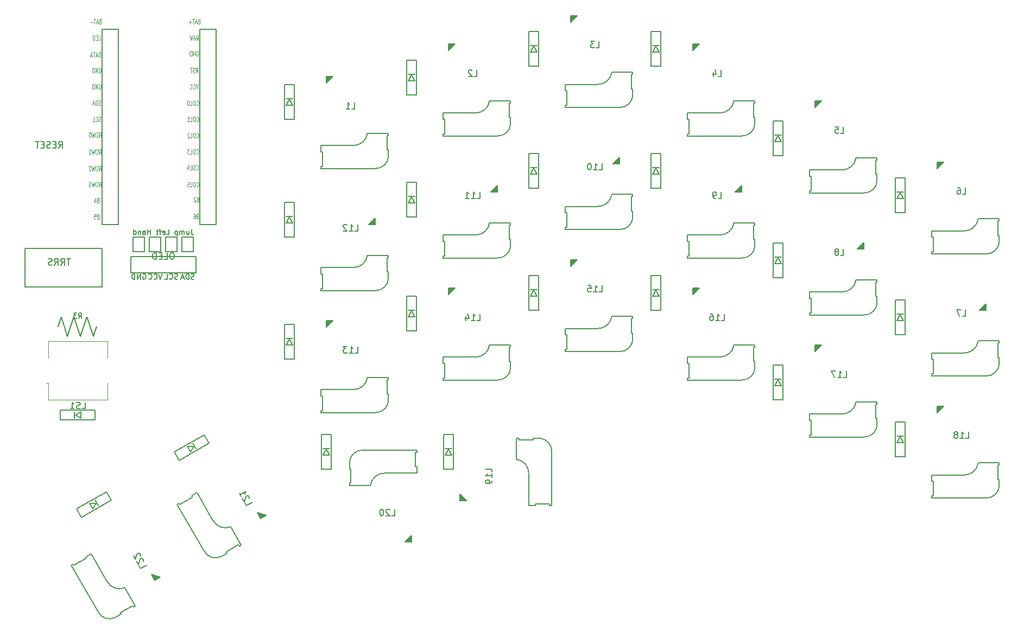
<source format=gbo>
G04 #@! TF.GenerationSoftware,KiCad,Pcbnew,5.1.5+dfsg1-2build2*
G04 #@! TF.CreationDate,2021-01-11T03:59:27+09:00*
G04 #@! TF.ProjectId,silverbullet44,73696c76-6572-4627-956c-6c657434342e,rev?*
G04 #@! TF.SameCoordinates,Original*
G04 #@! TF.FileFunction,Legend,Bot*
G04 #@! TF.FilePolarity,Positive*
%FSLAX46Y46*%
G04 Gerber Fmt 4.6, Leading zero omitted, Abs format (unit mm)*
G04 Created by KiCad (PCBNEW 5.1.5+dfsg1-2build2) date 2021-01-11 03:59:27*
%MOMM*%
%LPD*%
G04 APERTURE LIST*
%ADD10C,0.150000*%
%ADD11C,0.120000*%
%ADD12C,0.125000*%
G04 APERTURE END LIST*
D10*
X29901655Y-99715921D02*
X30139750Y-100128314D01*
X31005775Y-99628314D01*
X30542344Y-99016104D02*
X30559774Y-98951055D01*
X30553394Y-98844767D01*
X30434347Y-98638570D01*
X30345488Y-98579901D01*
X30280440Y-98562471D01*
X30174151Y-98568851D01*
X30091673Y-98616470D01*
X29991764Y-98729138D01*
X29782607Y-99509724D01*
X29473083Y-98973613D01*
X30066154Y-98191318D02*
X30083584Y-98126269D01*
X30077204Y-98019981D01*
X29958156Y-97813784D01*
X29869298Y-97755115D01*
X29804249Y-97737685D01*
X29697961Y-97744065D01*
X29615482Y-97791684D01*
X29515574Y-97904352D01*
X29306417Y-98684938D01*
X28996893Y-98148827D01*
X46411655Y-89936921D02*
X46649750Y-90349314D01*
X47515775Y-89849314D01*
X47052344Y-89237104D02*
X47069774Y-89172055D01*
X47063394Y-89065767D01*
X46944347Y-88859570D01*
X46855488Y-88800901D01*
X46790440Y-88783471D01*
X46684151Y-88789851D01*
X46601673Y-88837470D01*
X46501764Y-88950138D01*
X46292607Y-89730724D01*
X45983083Y-89194613D01*
X45506893Y-88369827D02*
X45792607Y-88864699D01*
X45649750Y-88617263D02*
X46515775Y-88117263D01*
X46439676Y-88271170D01*
X46404817Y-88401268D01*
X46411197Y-88507556D01*
X69222857Y-91892380D02*
X69699047Y-91892380D01*
X69699047Y-90892380D01*
X68937142Y-90987619D02*
X68889523Y-90940000D01*
X68794285Y-90892380D01*
X68556190Y-90892380D01*
X68460952Y-90940000D01*
X68413333Y-90987619D01*
X68365714Y-91082857D01*
X68365714Y-91178095D01*
X68413333Y-91320952D01*
X68984761Y-91892380D01*
X68365714Y-91892380D01*
X67746666Y-90892380D02*
X67651428Y-90892380D01*
X67556190Y-90940000D01*
X67508571Y-90987619D01*
X67460952Y-91082857D01*
X67413333Y-91273333D01*
X67413333Y-91511428D01*
X67460952Y-91701904D01*
X67508571Y-91797142D01*
X67556190Y-91844761D01*
X67651428Y-91892380D01*
X67746666Y-91892380D01*
X67841904Y-91844761D01*
X67889523Y-91797142D01*
X67937142Y-91701904D01*
X67984761Y-91511428D01*
X67984761Y-91273333D01*
X67937142Y-91082857D01*
X67889523Y-90987619D01*
X67841904Y-90940000D01*
X67746666Y-90892380D01*
X84907380Y-85082142D02*
X84907380Y-84605952D01*
X83907380Y-84605952D01*
X84907380Y-85939285D02*
X84907380Y-85367857D01*
X84907380Y-85653571D02*
X83907380Y-85653571D01*
X84050238Y-85558333D01*
X84145476Y-85463095D01*
X84193095Y-85367857D01*
X84907380Y-86415476D02*
X84907380Y-86605952D01*
X84859761Y-86701190D01*
X84812142Y-86748809D01*
X84669285Y-86844047D01*
X84478809Y-86891666D01*
X84097857Y-86891666D01*
X84002619Y-86844047D01*
X83955000Y-86796428D01*
X83907380Y-86701190D01*
X83907380Y-86510714D01*
X83955000Y-86415476D01*
X84002619Y-86367857D01*
X84097857Y-86320238D01*
X84335952Y-86320238D01*
X84431190Y-86367857D01*
X84478809Y-86415476D01*
X84526428Y-86510714D01*
X84526428Y-86701190D01*
X84478809Y-86796428D01*
X84431190Y-86844047D01*
X84335952Y-86891666D01*
X158757857Y-79827380D02*
X159234047Y-79827380D01*
X159234047Y-78827380D01*
X157900714Y-79827380D02*
X158472142Y-79827380D01*
X158186428Y-79827380D02*
X158186428Y-78827380D01*
X158281666Y-78970238D01*
X158376904Y-79065476D01*
X158472142Y-79113095D01*
X157329285Y-79255952D02*
X157424523Y-79208333D01*
X157472142Y-79160714D01*
X157519761Y-79065476D01*
X157519761Y-79017857D01*
X157472142Y-78922619D01*
X157424523Y-78875000D01*
X157329285Y-78827380D01*
X157138809Y-78827380D01*
X157043571Y-78875000D01*
X156995952Y-78922619D01*
X156948333Y-79017857D01*
X156948333Y-79065476D01*
X156995952Y-79160714D01*
X157043571Y-79208333D01*
X157138809Y-79255952D01*
X157329285Y-79255952D01*
X157424523Y-79303571D01*
X157472142Y-79351190D01*
X157519761Y-79446428D01*
X157519761Y-79636904D01*
X157472142Y-79732142D01*
X157424523Y-79779761D01*
X157329285Y-79827380D01*
X157138809Y-79827380D01*
X157043571Y-79779761D01*
X156995952Y-79732142D01*
X156948333Y-79636904D01*
X156948333Y-79446428D01*
X156995952Y-79351190D01*
X157043571Y-79303571D01*
X157138809Y-79255952D01*
X139707857Y-70302380D02*
X140184047Y-70302380D01*
X140184047Y-69302380D01*
X138850714Y-70302380D02*
X139422142Y-70302380D01*
X139136428Y-70302380D02*
X139136428Y-69302380D01*
X139231666Y-69445238D01*
X139326904Y-69540476D01*
X139422142Y-69588095D01*
X138517380Y-69302380D02*
X137850714Y-69302380D01*
X138279285Y-70302380D01*
X120657857Y-61412380D02*
X121134047Y-61412380D01*
X121134047Y-60412380D01*
X119800714Y-61412380D02*
X120372142Y-61412380D01*
X120086428Y-61412380D02*
X120086428Y-60412380D01*
X120181666Y-60555238D01*
X120276904Y-60650476D01*
X120372142Y-60698095D01*
X118943571Y-60412380D02*
X119134047Y-60412380D01*
X119229285Y-60460000D01*
X119276904Y-60507619D01*
X119372142Y-60650476D01*
X119419761Y-60840952D01*
X119419761Y-61221904D01*
X119372142Y-61317142D01*
X119324523Y-61364761D01*
X119229285Y-61412380D01*
X119038809Y-61412380D01*
X118943571Y-61364761D01*
X118895952Y-61317142D01*
X118848333Y-61221904D01*
X118848333Y-60983809D01*
X118895952Y-60888571D01*
X118943571Y-60840952D01*
X119038809Y-60793333D01*
X119229285Y-60793333D01*
X119324523Y-60840952D01*
X119372142Y-60888571D01*
X119419761Y-60983809D01*
X101607857Y-56967380D02*
X102084047Y-56967380D01*
X102084047Y-55967380D01*
X100750714Y-56967380D02*
X101322142Y-56967380D01*
X101036428Y-56967380D02*
X101036428Y-55967380D01*
X101131666Y-56110238D01*
X101226904Y-56205476D01*
X101322142Y-56253095D01*
X99845952Y-55967380D02*
X100322142Y-55967380D01*
X100369761Y-56443571D01*
X100322142Y-56395952D01*
X100226904Y-56348333D01*
X99988809Y-56348333D01*
X99893571Y-56395952D01*
X99845952Y-56443571D01*
X99798333Y-56538809D01*
X99798333Y-56776904D01*
X99845952Y-56872142D01*
X99893571Y-56919761D01*
X99988809Y-56967380D01*
X100226904Y-56967380D01*
X100322142Y-56919761D01*
X100369761Y-56872142D01*
X82557857Y-61412380D02*
X83034047Y-61412380D01*
X83034047Y-60412380D01*
X81700714Y-61412380D02*
X82272142Y-61412380D01*
X81986428Y-61412380D02*
X81986428Y-60412380D01*
X82081666Y-60555238D01*
X82176904Y-60650476D01*
X82272142Y-60698095D01*
X80843571Y-60745714D02*
X80843571Y-61412380D01*
X81081666Y-60364761D02*
X81319761Y-61079047D01*
X80700714Y-61079047D01*
X63507857Y-66492380D02*
X63984047Y-66492380D01*
X63984047Y-65492380D01*
X62650714Y-66492380D02*
X63222142Y-66492380D01*
X62936428Y-66492380D02*
X62936428Y-65492380D01*
X63031666Y-65635238D01*
X63126904Y-65730476D01*
X63222142Y-65778095D01*
X62317380Y-65492380D02*
X61698333Y-65492380D01*
X62031666Y-65873333D01*
X61888809Y-65873333D01*
X61793571Y-65920952D01*
X61745952Y-65968571D01*
X61698333Y-66063809D01*
X61698333Y-66301904D01*
X61745952Y-66397142D01*
X61793571Y-66444761D01*
X61888809Y-66492380D01*
X62174523Y-66492380D01*
X62269761Y-66444761D01*
X62317380Y-66397142D01*
X63507857Y-47442380D02*
X63984047Y-47442380D01*
X63984047Y-46442380D01*
X62650714Y-47442380D02*
X63222142Y-47442380D01*
X62936428Y-47442380D02*
X62936428Y-46442380D01*
X63031666Y-46585238D01*
X63126904Y-46680476D01*
X63222142Y-46728095D01*
X62269761Y-46537619D02*
X62222142Y-46490000D01*
X62126904Y-46442380D01*
X61888809Y-46442380D01*
X61793571Y-46490000D01*
X61745952Y-46537619D01*
X61698333Y-46632857D01*
X61698333Y-46728095D01*
X61745952Y-46870952D01*
X62317380Y-47442380D01*
X61698333Y-47442380D01*
X82557857Y-42362380D02*
X83034047Y-42362380D01*
X83034047Y-41362380D01*
X81700714Y-42362380D02*
X82272142Y-42362380D01*
X81986428Y-42362380D02*
X81986428Y-41362380D01*
X82081666Y-41505238D01*
X82176904Y-41600476D01*
X82272142Y-41648095D01*
X80748333Y-42362380D02*
X81319761Y-42362380D01*
X81034047Y-42362380D02*
X81034047Y-41362380D01*
X81129285Y-41505238D01*
X81224523Y-41600476D01*
X81319761Y-41648095D01*
X101607857Y-37917380D02*
X102084047Y-37917380D01*
X102084047Y-36917380D01*
X100750714Y-37917380D02*
X101322142Y-37917380D01*
X101036428Y-37917380D02*
X101036428Y-36917380D01*
X101131666Y-37060238D01*
X101226904Y-37155476D01*
X101322142Y-37203095D01*
X100131666Y-36917380D02*
X100036428Y-36917380D01*
X99941190Y-36965000D01*
X99893571Y-37012619D01*
X99845952Y-37107857D01*
X99798333Y-37298333D01*
X99798333Y-37536428D01*
X99845952Y-37726904D01*
X99893571Y-37822142D01*
X99941190Y-37869761D01*
X100036428Y-37917380D01*
X100131666Y-37917380D01*
X100226904Y-37869761D01*
X100274523Y-37822142D01*
X100322142Y-37726904D01*
X100369761Y-37536428D01*
X100369761Y-37298333D01*
X100322142Y-37107857D01*
X100274523Y-37012619D01*
X100226904Y-36965000D01*
X100131666Y-36917380D01*
X120181666Y-42362380D02*
X120657857Y-42362380D01*
X120657857Y-41362380D01*
X119800714Y-42362380D02*
X119610238Y-42362380D01*
X119515000Y-42314761D01*
X119467380Y-42267142D01*
X119372142Y-42124285D01*
X119324523Y-41933809D01*
X119324523Y-41552857D01*
X119372142Y-41457619D01*
X119419761Y-41410000D01*
X119515000Y-41362380D01*
X119705476Y-41362380D01*
X119800714Y-41410000D01*
X119848333Y-41457619D01*
X119895952Y-41552857D01*
X119895952Y-41790952D01*
X119848333Y-41886190D01*
X119800714Y-41933809D01*
X119705476Y-41981428D01*
X119515000Y-41981428D01*
X119419761Y-41933809D01*
X119372142Y-41886190D01*
X119324523Y-41790952D01*
X139231666Y-51252380D02*
X139707857Y-51252380D01*
X139707857Y-50252380D01*
X138755476Y-50680952D02*
X138850714Y-50633333D01*
X138898333Y-50585714D01*
X138945952Y-50490476D01*
X138945952Y-50442857D01*
X138898333Y-50347619D01*
X138850714Y-50300000D01*
X138755476Y-50252380D01*
X138565000Y-50252380D01*
X138469761Y-50300000D01*
X138422142Y-50347619D01*
X138374523Y-50442857D01*
X138374523Y-50490476D01*
X138422142Y-50585714D01*
X138469761Y-50633333D01*
X138565000Y-50680952D01*
X138755476Y-50680952D01*
X138850714Y-50728571D01*
X138898333Y-50776190D01*
X138945952Y-50871428D01*
X138945952Y-51061904D01*
X138898333Y-51157142D01*
X138850714Y-51204761D01*
X138755476Y-51252380D01*
X138565000Y-51252380D01*
X138469761Y-51204761D01*
X138422142Y-51157142D01*
X138374523Y-51061904D01*
X138374523Y-50871428D01*
X138422142Y-50776190D01*
X138469761Y-50728571D01*
X138565000Y-50680952D01*
X158281666Y-60777380D02*
X158757857Y-60777380D01*
X158757857Y-59777380D01*
X158043571Y-59777380D02*
X157376904Y-59777380D01*
X157805476Y-60777380D01*
X158281666Y-41727380D02*
X158757857Y-41727380D01*
X158757857Y-40727380D01*
X157519761Y-40727380D02*
X157710238Y-40727380D01*
X157805476Y-40775000D01*
X157853095Y-40822619D01*
X157948333Y-40965476D01*
X157995952Y-41155952D01*
X157995952Y-41536904D01*
X157948333Y-41632142D01*
X157900714Y-41679761D01*
X157805476Y-41727380D01*
X157615000Y-41727380D01*
X157519761Y-41679761D01*
X157472142Y-41632142D01*
X157424523Y-41536904D01*
X157424523Y-41298809D01*
X157472142Y-41203571D01*
X157519761Y-41155952D01*
X157615000Y-41108333D01*
X157805476Y-41108333D01*
X157900714Y-41155952D01*
X157948333Y-41203571D01*
X157995952Y-41298809D01*
X139231666Y-32202380D02*
X139707857Y-32202380D01*
X139707857Y-31202380D01*
X138422142Y-31202380D02*
X138898333Y-31202380D01*
X138945952Y-31678571D01*
X138898333Y-31630952D01*
X138803095Y-31583333D01*
X138565000Y-31583333D01*
X138469761Y-31630952D01*
X138422142Y-31678571D01*
X138374523Y-31773809D01*
X138374523Y-32011904D01*
X138422142Y-32107142D01*
X138469761Y-32154761D01*
X138565000Y-32202380D01*
X138803095Y-32202380D01*
X138898333Y-32154761D01*
X138945952Y-32107142D01*
X120181666Y-23312380D02*
X120657857Y-23312380D01*
X120657857Y-22312380D01*
X119419761Y-22645714D02*
X119419761Y-23312380D01*
X119657857Y-22264761D02*
X119895952Y-22979047D01*
X119276904Y-22979047D01*
X101131666Y-18867380D02*
X101607857Y-18867380D01*
X101607857Y-17867380D01*
X100893571Y-17867380D02*
X100274523Y-17867380D01*
X100607857Y-18248333D01*
X100465000Y-18248333D01*
X100369761Y-18295952D01*
X100322142Y-18343571D01*
X100274523Y-18438809D01*
X100274523Y-18676904D01*
X100322142Y-18772142D01*
X100369761Y-18819761D01*
X100465000Y-18867380D01*
X100750714Y-18867380D01*
X100845952Y-18819761D01*
X100893571Y-18772142D01*
X82081666Y-23312380D02*
X82557857Y-23312380D01*
X82557857Y-22312380D01*
X81795952Y-22407619D02*
X81748333Y-22360000D01*
X81653095Y-22312380D01*
X81415000Y-22312380D01*
X81319761Y-22360000D01*
X81272142Y-22407619D01*
X81224523Y-22502857D01*
X81224523Y-22598095D01*
X81272142Y-22740952D01*
X81843571Y-23312380D01*
X81224523Y-23312380D01*
X63031666Y-28392380D02*
X63507857Y-28392380D01*
X63507857Y-27392380D01*
X62174523Y-28392380D02*
X62745952Y-28392380D01*
X62460238Y-28392380D02*
X62460238Y-27392380D01*
X62555476Y-27535238D01*
X62650714Y-27630476D01*
X62745952Y-27678095D01*
X38035952Y-47186904D02*
X38035952Y-47758333D01*
X38074047Y-47872619D01*
X38150238Y-47948809D01*
X38264523Y-47986904D01*
X38340714Y-47986904D01*
X37312142Y-47453571D02*
X37312142Y-47986904D01*
X37655000Y-47453571D02*
X37655000Y-47872619D01*
X37616904Y-47948809D01*
X37540714Y-47986904D01*
X37426428Y-47986904D01*
X37350238Y-47948809D01*
X37312142Y-47910714D01*
X36931190Y-47986904D02*
X36931190Y-47453571D01*
X36931190Y-47529761D02*
X36893095Y-47491666D01*
X36816904Y-47453571D01*
X36702619Y-47453571D01*
X36626428Y-47491666D01*
X36588333Y-47567857D01*
X36588333Y-47986904D01*
X36588333Y-47567857D02*
X36550238Y-47491666D01*
X36474047Y-47453571D01*
X36359761Y-47453571D01*
X36283571Y-47491666D01*
X36245476Y-47567857D01*
X36245476Y-47986904D01*
X35864523Y-47453571D02*
X35864523Y-48253571D01*
X35864523Y-47491666D02*
X35788333Y-47453571D01*
X35635952Y-47453571D01*
X35559761Y-47491666D01*
X35521666Y-47529761D01*
X35483571Y-47605952D01*
X35483571Y-47834523D01*
X35521666Y-47910714D01*
X35559761Y-47948809D01*
X35635952Y-47986904D01*
X35788333Y-47986904D01*
X35864523Y-47948809D01*
X34150238Y-47986904D02*
X34531190Y-47986904D01*
X34531190Y-47186904D01*
X33578809Y-47948809D02*
X33655000Y-47986904D01*
X33807380Y-47986904D01*
X33883571Y-47948809D01*
X33921666Y-47872619D01*
X33921666Y-47567857D01*
X33883571Y-47491666D01*
X33807380Y-47453571D01*
X33655000Y-47453571D01*
X33578809Y-47491666D01*
X33540714Y-47567857D01*
X33540714Y-47644047D01*
X33921666Y-47720238D01*
X33312142Y-47453571D02*
X33007380Y-47453571D01*
X33197857Y-47986904D02*
X33197857Y-47301190D01*
X33159761Y-47225000D01*
X33083571Y-47186904D01*
X33007380Y-47186904D01*
X32855000Y-47453571D02*
X32550238Y-47453571D01*
X32740714Y-47186904D02*
X32740714Y-47872619D01*
X32702619Y-47948809D01*
X32626428Y-47986904D01*
X32550238Y-47986904D01*
X31674047Y-47986904D02*
X31674047Y-47186904D01*
X31674047Y-47567857D02*
X31216904Y-47567857D01*
X31216904Y-47986904D02*
X31216904Y-47186904D01*
X30493095Y-47986904D02*
X30493095Y-47567857D01*
X30531190Y-47491666D01*
X30607380Y-47453571D01*
X30759761Y-47453571D01*
X30835952Y-47491666D01*
X30493095Y-47948809D02*
X30569285Y-47986904D01*
X30759761Y-47986904D01*
X30835952Y-47948809D01*
X30874047Y-47872619D01*
X30874047Y-47796428D01*
X30835952Y-47720238D01*
X30759761Y-47682142D01*
X30569285Y-47682142D01*
X30493095Y-47644047D01*
X30112142Y-47453571D02*
X30112142Y-47986904D01*
X30112142Y-47529761D02*
X30074047Y-47491666D01*
X29997857Y-47453571D01*
X29883571Y-47453571D01*
X29807380Y-47491666D01*
X29769285Y-47567857D01*
X29769285Y-47986904D01*
X29045476Y-47986904D02*
X29045476Y-47186904D01*
X29045476Y-47948809D02*
X29121666Y-47986904D01*
X29274047Y-47986904D01*
X29350238Y-47948809D01*
X29388333Y-47910714D01*
X29426428Y-47834523D01*
X29426428Y-47605952D01*
X29388333Y-47529761D01*
X29350238Y-47491666D01*
X29274047Y-47453571D01*
X29121666Y-47453571D01*
X29045476Y-47491666D01*
X28575000Y-53975000D02*
X28575000Y-51435000D01*
X38735000Y-53975000D02*
X28575000Y-53975000D01*
X38735000Y-51435000D02*
X38735000Y-53975000D01*
X28575000Y-51435000D02*
X38735000Y-51435000D01*
X90630000Y-90325000D02*
X91630000Y-90325000D01*
X91630000Y-90325000D02*
X91630000Y-90125000D01*
X91630000Y-90105000D02*
X93880000Y-90105000D01*
X93880000Y-90125000D02*
X93880000Y-90325000D01*
X91330000Y-79825000D02*
X91330000Y-80025000D01*
X91330000Y-80055000D02*
X89090000Y-80055000D01*
X89090000Y-80025000D02*
X89090000Y-79825000D01*
X88730000Y-79825000D02*
X89090000Y-79825000D01*
X92330000Y-79825000D02*
X91330000Y-79825000D01*
X88730000Y-79825000D02*
X88730000Y-83105000D01*
X90630000Y-85325000D02*
X90630000Y-90325000D01*
X94230000Y-90325000D02*
X94230000Y-81924999D01*
X88751471Y-83108682D02*
G75*
G02X90630000Y-85325000I-291471J-2151318D01*
G01*
X92329999Y-79825000D02*
G75*
G02X94230000Y-81924999I-99999J-2000000D01*
G01*
X93880000Y-90325000D02*
X94230000Y-90325000D01*
G36*
X66675000Y-45466000D02*
G01*
X65659000Y-46482000D01*
X66675000Y-46482000D01*
X66675000Y-45466000D01*
G37*
X66675000Y-45466000D02*
X65659000Y-46482000D01*
X66675000Y-46482000D01*
X66675000Y-45466000D01*
G36*
X59055000Y-24384000D02*
G01*
X60071000Y-23368000D01*
X59055000Y-23368000D01*
X59055000Y-24384000D01*
G37*
X59055000Y-24384000D02*
X60071000Y-23368000D01*
X59055000Y-23368000D01*
X59055000Y-24384000D01*
G36*
X78105000Y-19304000D02*
G01*
X79121000Y-18288000D01*
X78105000Y-18288000D01*
X78105000Y-19304000D01*
G37*
X78105000Y-19304000D02*
X79121000Y-18288000D01*
X78105000Y-18288000D01*
X78105000Y-19304000D01*
G36*
X59055000Y-62484000D02*
G01*
X60071000Y-61468000D01*
X59055000Y-61468000D01*
X59055000Y-62484000D01*
G37*
X59055000Y-62484000D02*
X60071000Y-61468000D01*
X59055000Y-61468000D01*
X59055000Y-62484000D01*
G36*
X97155000Y-14859000D02*
G01*
X98171000Y-13843000D01*
X97155000Y-13843000D01*
X97155000Y-14859000D01*
G37*
X97155000Y-14859000D02*
X98171000Y-13843000D01*
X97155000Y-13843000D01*
X97155000Y-14859000D01*
G36*
X78105000Y-57404000D02*
G01*
X79121000Y-56388000D01*
X78105000Y-56388000D01*
X78105000Y-57404000D01*
G37*
X78105000Y-57404000D02*
X79121000Y-56388000D01*
X78105000Y-56388000D01*
X78105000Y-57404000D01*
G36*
X116205000Y-19304000D02*
G01*
X117221000Y-18288000D01*
X116205000Y-18288000D01*
X116205000Y-19304000D01*
G37*
X116205000Y-19304000D02*
X117221000Y-18288000D01*
X116205000Y-18288000D01*
X116205000Y-19304000D01*
G36*
X97155000Y-52959000D02*
G01*
X98171000Y-51943000D01*
X97155000Y-51943000D01*
X97155000Y-52959000D01*
G37*
X97155000Y-52959000D02*
X98171000Y-51943000D01*
X97155000Y-51943000D01*
X97155000Y-52959000D01*
G36*
X135255000Y-28194000D02*
G01*
X136271000Y-27178000D01*
X135255000Y-27178000D01*
X135255000Y-28194000D01*
G37*
X135255000Y-28194000D02*
X136271000Y-27178000D01*
X135255000Y-27178000D01*
X135255000Y-28194000D01*
G36*
X116205000Y-57404000D02*
G01*
X117221000Y-56388000D01*
X116205000Y-56388000D01*
X116205000Y-57404000D01*
G37*
X116205000Y-57404000D02*
X117221000Y-56388000D01*
X116205000Y-56388000D01*
X116205000Y-57404000D01*
G36*
X154305000Y-37719000D02*
G01*
X155321000Y-36703000D01*
X154305000Y-36703000D01*
X154305000Y-37719000D01*
G37*
X154305000Y-37719000D02*
X155321000Y-36703000D01*
X154305000Y-36703000D01*
X154305000Y-37719000D01*
G36*
X135255000Y-66294000D02*
G01*
X136271000Y-65278000D01*
X135255000Y-65278000D01*
X135255000Y-66294000D01*
G37*
X135255000Y-66294000D02*
X136271000Y-65278000D01*
X135255000Y-65278000D01*
X135255000Y-66294000D01*
G36*
X161925000Y-58801000D02*
G01*
X160909000Y-59817000D01*
X161925000Y-59817000D01*
X161925000Y-58801000D01*
G37*
X161925000Y-58801000D02*
X160909000Y-59817000D01*
X161925000Y-59817000D01*
X161925000Y-58801000D01*
G36*
X154305000Y-75819000D02*
G01*
X155321000Y-74803000D01*
X154305000Y-74803000D01*
X154305000Y-75819000D01*
G37*
X154305000Y-75819000D02*
X155321000Y-74803000D01*
X154305000Y-74803000D01*
X154305000Y-75819000D01*
G36*
X142875000Y-49276000D02*
G01*
X141859000Y-50292000D01*
X142875000Y-50292000D01*
X142875000Y-49276000D01*
G37*
X142875000Y-49276000D02*
X141859000Y-50292000D01*
X142875000Y-50292000D01*
X142875000Y-49276000D01*
G36*
X80899000Y-89535000D02*
G01*
X79883000Y-88519000D01*
X79883000Y-89535000D01*
X80899000Y-89535000D01*
G37*
X80899000Y-89535000D02*
X79883000Y-88519000D01*
X79883000Y-89535000D01*
X80899000Y-89535000D01*
G36*
X123825000Y-40386000D02*
G01*
X122809000Y-41402000D01*
X123825000Y-41402000D01*
X123825000Y-40386000D01*
G37*
X123825000Y-40386000D02*
X122809000Y-41402000D01*
X123825000Y-41402000D01*
X123825000Y-40386000D01*
G36*
X72390000Y-94996000D02*
G01*
X71374000Y-96012000D01*
X72390000Y-96012000D01*
X72390000Y-94996000D01*
G37*
X72390000Y-94996000D02*
X71374000Y-96012000D01*
X72390000Y-96012000D01*
X72390000Y-94996000D01*
G36*
X104775000Y-35941000D02*
G01*
X103759000Y-36957000D01*
X104775000Y-36957000D01*
X104775000Y-35941000D01*
G37*
X104775000Y-35941000D02*
X103759000Y-36957000D01*
X104775000Y-36957000D01*
X104775000Y-35941000D01*
G36*
X49700618Y-91818457D02*
G01*
X48312736Y-91446575D01*
X48820736Y-92326457D01*
X49700618Y-91818457D01*
G37*
X49700618Y-91818457D02*
X48312736Y-91446575D01*
X48820736Y-92326457D01*
X49700618Y-91818457D01*
G36*
X85725000Y-40386000D02*
G01*
X84709000Y-41402000D01*
X85725000Y-41402000D01*
X85725000Y-40386000D01*
G37*
X85725000Y-40386000D02*
X84709000Y-41402000D01*
X85725000Y-41402000D01*
X85725000Y-40386000D01*
G36*
X33156118Y-101470557D02*
G01*
X31768236Y-101098675D01*
X32276236Y-101978557D01*
X33156118Y-101470557D01*
G37*
X33156118Y-101470557D02*
X31768236Y-101098675D01*
X32276236Y-101978557D01*
X33156118Y-101470557D01*
X22406924Y-97846283D02*
X21540898Y-98346283D01*
X21540898Y-98346283D02*
X21640898Y-98519488D01*
X21650898Y-98536809D02*
X19702341Y-99661809D01*
X19692341Y-99644488D02*
X19592341Y-99471283D01*
X27050706Y-107289550D02*
X26950706Y-107116345D01*
X26935706Y-107090364D02*
X28875603Y-105970364D01*
X28890603Y-105996345D02*
X28990603Y-106169550D01*
X29302372Y-105989550D02*
X28990603Y-106169550D01*
X26184681Y-107789550D02*
X27050706Y-107289550D01*
X29302372Y-105989550D02*
X27662372Y-103148987D01*
X24906924Y-102176410D02*
X22406924Y-97846283D01*
X19289232Y-99646283D02*
X23489233Y-106920897D01*
X27641937Y-103156533D02*
G75*
G02X24906924Y-102176410I-823238J2008831D01*
G01*
X26184681Y-107789549D02*
G75*
G02X23489233Y-106920897I-913398J1782050D01*
G01*
X19592341Y-99471283D02*
X19289232Y-99646283D01*
X38916924Y-88321283D02*
X38050898Y-88821283D01*
X38050898Y-88821283D02*
X38150898Y-88994488D01*
X38160898Y-89011809D02*
X36212341Y-90136809D01*
X36202341Y-90119488D02*
X36102341Y-89946283D01*
X43560706Y-97764550D02*
X43460706Y-97591345D01*
X43445706Y-97565364D02*
X45385603Y-96445364D01*
X45400603Y-96471345D02*
X45500603Y-96644550D01*
X45812372Y-96464550D02*
X45500603Y-96644550D01*
X42694681Y-98264550D02*
X43560706Y-97764550D01*
X45812372Y-96464550D02*
X44172372Y-93623987D01*
X41416924Y-92651410D02*
X38916924Y-88321283D01*
X35799232Y-90121283D02*
X39999233Y-97395897D01*
X44151937Y-93631533D02*
G75*
G02X41416924Y-92651410I-823238J2008831D01*
G01*
X42694681Y-98264549D02*
G75*
G02X39999233Y-97395897I-913398J1782050D01*
G01*
X36102341Y-89946283D02*
X35799232Y-90121283D01*
X58265000Y-37365000D02*
X58265000Y-37715000D01*
X68765000Y-35814999D02*
G75*
G02X66665001Y-37715000I-2000000J99999D01*
G01*
X65481318Y-32236471D02*
G75*
G02X63265000Y-34115000I-2151318J291471D01*
G01*
X58265000Y-37715000D02*
X66665001Y-37715000D01*
X63265000Y-34115000D02*
X58265000Y-34115000D01*
X68765000Y-32215000D02*
X65485000Y-32215000D01*
X68765000Y-35815000D02*
X68765000Y-34815000D01*
X68765000Y-32215000D02*
X68765000Y-32575000D01*
X68565000Y-32575000D02*
X68765000Y-32575000D01*
X68535000Y-34815000D02*
X68535000Y-32575000D01*
X68765000Y-34815000D02*
X68565000Y-34815000D01*
X58465000Y-37365000D02*
X58265000Y-37365000D01*
X58485000Y-35115000D02*
X58485000Y-37365000D01*
X58265000Y-35115000D02*
X58465000Y-35115000D01*
X58265000Y-34115000D02*
X58265000Y-35115000D01*
X77315000Y-32285000D02*
X77315000Y-32635000D01*
X87815000Y-30734999D02*
G75*
G02X85715001Y-32635000I-2000000J99999D01*
G01*
X84531318Y-27156471D02*
G75*
G02X82315000Y-29035000I-2151318J291471D01*
G01*
X77315000Y-32635000D02*
X85715001Y-32635000D01*
X82315000Y-29035000D02*
X77315000Y-29035000D01*
X87815000Y-27135000D02*
X84535000Y-27135000D01*
X87815000Y-30735000D02*
X87815000Y-29735000D01*
X87815000Y-27135000D02*
X87815000Y-27495000D01*
X87615000Y-27495000D02*
X87815000Y-27495000D01*
X87585000Y-29735000D02*
X87585000Y-27495000D01*
X87815000Y-29735000D02*
X87615000Y-29735000D01*
X77515000Y-32285000D02*
X77315000Y-32285000D01*
X77535000Y-30035000D02*
X77535000Y-32285000D01*
X77315000Y-30035000D02*
X77515000Y-30035000D01*
X77315000Y-29035000D02*
X77315000Y-30035000D01*
X96365000Y-27840000D02*
X96365000Y-28190000D01*
X106865000Y-26289999D02*
G75*
G02X104765001Y-28190000I-2000000J99999D01*
G01*
X103581318Y-22711471D02*
G75*
G02X101365000Y-24590000I-2151318J291471D01*
G01*
X96365000Y-28190000D02*
X104765001Y-28190000D01*
X101365000Y-24590000D02*
X96365000Y-24590000D01*
X106865000Y-22690000D02*
X103585000Y-22690000D01*
X106865000Y-26290000D02*
X106865000Y-25290000D01*
X106865000Y-22690000D02*
X106865000Y-23050000D01*
X106665000Y-23050000D02*
X106865000Y-23050000D01*
X106635000Y-25290000D02*
X106635000Y-23050000D01*
X106865000Y-25290000D02*
X106665000Y-25290000D01*
X96565000Y-27840000D02*
X96365000Y-27840000D01*
X96585000Y-25590000D02*
X96585000Y-27840000D01*
X96365000Y-25590000D02*
X96565000Y-25590000D01*
X96365000Y-24590000D02*
X96365000Y-25590000D01*
X115415000Y-32285000D02*
X115415000Y-32635000D01*
X125915000Y-30734999D02*
G75*
G02X123815001Y-32635000I-2000000J99999D01*
G01*
X122631318Y-27156471D02*
G75*
G02X120415000Y-29035000I-2151318J291471D01*
G01*
X115415000Y-32635000D02*
X123815001Y-32635000D01*
X120415000Y-29035000D02*
X115415000Y-29035000D01*
X125915000Y-27135000D02*
X122635000Y-27135000D01*
X125915000Y-30735000D02*
X125915000Y-29735000D01*
X125915000Y-27135000D02*
X125915000Y-27495000D01*
X125715000Y-27495000D02*
X125915000Y-27495000D01*
X125685000Y-29735000D02*
X125685000Y-27495000D01*
X125915000Y-29735000D02*
X125715000Y-29735000D01*
X115615000Y-32285000D02*
X115415000Y-32285000D01*
X115635000Y-30035000D02*
X115635000Y-32285000D01*
X115415000Y-30035000D02*
X115615000Y-30035000D01*
X115415000Y-29035000D02*
X115415000Y-30035000D01*
X134465000Y-41175000D02*
X134465000Y-41525000D01*
X144965000Y-39624999D02*
G75*
G02X142865001Y-41525000I-2000000J99999D01*
G01*
X141681318Y-36046471D02*
G75*
G02X139465000Y-37925000I-2151318J291471D01*
G01*
X134465000Y-41525000D02*
X142865001Y-41525000D01*
X139465000Y-37925000D02*
X134465000Y-37925000D01*
X144965000Y-36025000D02*
X141685000Y-36025000D01*
X144965000Y-39625000D02*
X144965000Y-38625000D01*
X144965000Y-36025000D02*
X144965000Y-36385000D01*
X144765000Y-36385000D02*
X144965000Y-36385000D01*
X144735000Y-38625000D02*
X144735000Y-36385000D01*
X144965000Y-38625000D02*
X144765000Y-38625000D01*
X134665000Y-41175000D02*
X134465000Y-41175000D01*
X134685000Y-38925000D02*
X134685000Y-41175000D01*
X134465000Y-38925000D02*
X134665000Y-38925000D01*
X134465000Y-37925000D02*
X134465000Y-38925000D01*
X153515000Y-50700000D02*
X153515000Y-51050000D01*
X164015000Y-49149999D02*
G75*
G02X161915001Y-51050000I-2000000J99999D01*
G01*
X160731318Y-45571471D02*
G75*
G02X158515000Y-47450000I-2151318J291471D01*
G01*
X153515000Y-51050000D02*
X161915001Y-51050000D01*
X158515000Y-47450000D02*
X153515000Y-47450000D01*
X164015000Y-45550000D02*
X160735000Y-45550000D01*
X164015000Y-49150000D02*
X164015000Y-48150000D01*
X164015000Y-45550000D02*
X164015000Y-45910000D01*
X163815000Y-45910000D02*
X164015000Y-45910000D01*
X163785000Y-48150000D02*
X163785000Y-45910000D01*
X164015000Y-48150000D02*
X163815000Y-48150000D01*
X153715000Y-50700000D02*
X153515000Y-50700000D01*
X153735000Y-48450000D02*
X153735000Y-50700000D01*
X153515000Y-48450000D02*
X153715000Y-48450000D01*
X153515000Y-47450000D02*
X153515000Y-48450000D01*
X58265000Y-56415000D02*
X58265000Y-56765000D01*
X68765000Y-54864999D02*
G75*
G02X66665001Y-56765000I-2000000J99999D01*
G01*
X65481318Y-51286471D02*
G75*
G02X63265000Y-53165000I-2151318J291471D01*
G01*
X58265000Y-56765000D02*
X66665001Y-56765000D01*
X63265000Y-53165000D02*
X58265000Y-53165000D01*
X68765000Y-51265000D02*
X65485000Y-51265000D01*
X68765000Y-54865000D02*
X68765000Y-53865000D01*
X68765000Y-51265000D02*
X68765000Y-51625000D01*
X68565000Y-51625000D02*
X68765000Y-51625000D01*
X68535000Y-53865000D02*
X68535000Y-51625000D01*
X68765000Y-53865000D02*
X68565000Y-53865000D01*
X58465000Y-56415000D02*
X58265000Y-56415000D01*
X58485000Y-54165000D02*
X58485000Y-56415000D01*
X58265000Y-54165000D02*
X58465000Y-54165000D01*
X58265000Y-53165000D02*
X58265000Y-54165000D01*
X77315000Y-51335000D02*
X77315000Y-51685000D01*
X87815000Y-49784999D02*
G75*
G02X85715001Y-51685000I-2000000J99999D01*
G01*
X84531318Y-46206471D02*
G75*
G02X82315000Y-48085000I-2151318J291471D01*
G01*
X77315000Y-51685000D02*
X85715001Y-51685000D01*
X82315000Y-48085000D02*
X77315000Y-48085000D01*
X87815000Y-46185000D02*
X84535000Y-46185000D01*
X87815000Y-49785000D02*
X87815000Y-48785000D01*
X87815000Y-46185000D02*
X87815000Y-46545000D01*
X87615000Y-46545000D02*
X87815000Y-46545000D01*
X87585000Y-48785000D02*
X87585000Y-46545000D01*
X87815000Y-48785000D02*
X87615000Y-48785000D01*
X77515000Y-51335000D02*
X77315000Y-51335000D01*
X77535000Y-49085000D02*
X77535000Y-51335000D01*
X77315000Y-49085000D02*
X77515000Y-49085000D01*
X77315000Y-48085000D02*
X77315000Y-49085000D01*
X96365000Y-46890000D02*
X96365000Y-47240000D01*
X106865000Y-45339999D02*
G75*
G02X104765001Y-47240000I-2000000J99999D01*
G01*
X103581318Y-41761471D02*
G75*
G02X101365000Y-43640000I-2151318J291471D01*
G01*
X96365000Y-47240000D02*
X104765001Y-47240000D01*
X101365000Y-43640000D02*
X96365000Y-43640000D01*
X106865000Y-41740000D02*
X103585000Y-41740000D01*
X106865000Y-45340000D02*
X106865000Y-44340000D01*
X106865000Y-41740000D02*
X106865000Y-42100000D01*
X106665000Y-42100000D02*
X106865000Y-42100000D01*
X106635000Y-44340000D02*
X106635000Y-42100000D01*
X106865000Y-44340000D02*
X106665000Y-44340000D01*
X96565000Y-46890000D02*
X96365000Y-46890000D01*
X96585000Y-44640000D02*
X96585000Y-46890000D01*
X96365000Y-44640000D02*
X96565000Y-44640000D01*
X96365000Y-43640000D02*
X96365000Y-44640000D01*
X115415000Y-51335000D02*
X115415000Y-51685000D01*
X125915000Y-49784999D02*
G75*
G02X123815001Y-51685000I-2000000J99999D01*
G01*
X122631318Y-46206471D02*
G75*
G02X120415000Y-48085000I-2151318J291471D01*
G01*
X115415000Y-51685000D02*
X123815001Y-51685000D01*
X120415000Y-48085000D02*
X115415000Y-48085000D01*
X125915000Y-46185000D02*
X122635000Y-46185000D01*
X125915000Y-49785000D02*
X125915000Y-48785000D01*
X125915000Y-46185000D02*
X125915000Y-46545000D01*
X125715000Y-46545000D02*
X125915000Y-46545000D01*
X125685000Y-48785000D02*
X125685000Y-46545000D01*
X125915000Y-48785000D02*
X125715000Y-48785000D01*
X115615000Y-51335000D02*
X115415000Y-51335000D01*
X115635000Y-49085000D02*
X115635000Y-51335000D01*
X115415000Y-49085000D02*
X115615000Y-49085000D01*
X115415000Y-48085000D02*
X115415000Y-49085000D01*
X134465000Y-60225000D02*
X134465000Y-60575000D01*
X144965000Y-58674999D02*
G75*
G02X142865001Y-60575000I-2000000J99999D01*
G01*
X141681318Y-55096471D02*
G75*
G02X139465000Y-56975000I-2151318J291471D01*
G01*
X134465000Y-60575000D02*
X142865001Y-60575000D01*
X139465000Y-56975000D02*
X134465000Y-56975000D01*
X144965000Y-55075000D02*
X141685000Y-55075000D01*
X144965000Y-58675000D02*
X144965000Y-57675000D01*
X144965000Y-55075000D02*
X144965000Y-55435000D01*
X144765000Y-55435000D02*
X144965000Y-55435000D01*
X144735000Y-57675000D02*
X144735000Y-55435000D01*
X144965000Y-57675000D02*
X144765000Y-57675000D01*
X134665000Y-60225000D02*
X134465000Y-60225000D01*
X134685000Y-57975000D02*
X134685000Y-60225000D01*
X134465000Y-57975000D02*
X134665000Y-57975000D01*
X134465000Y-56975000D02*
X134465000Y-57975000D01*
X153515000Y-69750000D02*
X153515000Y-70100000D01*
X164015000Y-68199999D02*
G75*
G02X161915001Y-70100000I-2000000J99999D01*
G01*
X160731318Y-64621471D02*
G75*
G02X158515000Y-66500000I-2151318J291471D01*
G01*
X153515000Y-70100000D02*
X161915001Y-70100000D01*
X158515000Y-66500000D02*
X153515000Y-66500000D01*
X164015000Y-64600000D02*
X160735000Y-64600000D01*
X164015000Y-68200000D02*
X164015000Y-67200000D01*
X164015000Y-64600000D02*
X164015000Y-64960000D01*
X163815000Y-64960000D02*
X164015000Y-64960000D01*
X163785000Y-67200000D02*
X163785000Y-64960000D01*
X164015000Y-67200000D02*
X163815000Y-67200000D01*
X153715000Y-69750000D02*
X153515000Y-69750000D01*
X153735000Y-67500000D02*
X153735000Y-69750000D01*
X153515000Y-67500000D02*
X153715000Y-67500000D01*
X153515000Y-66500000D02*
X153515000Y-67500000D01*
X58265000Y-75465000D02*
X58265000Y-75815000D01*
X68765000Y-73914999D02*
G75*
G02X66665001Y-75815000I-2000000J99999D01*
G01*
X65481318Y-70336471D02*
G75*
G02X63265000Y-72215000I-2151318J291471D01*
G01*
X58265000Y-75815000D02*
X66665001Y-75815000D01*
X63265000Y-72215000D02*
X58265000Y-72215000D01*
X68765000Y-70315000D02*
X65485000Y-70315000D01*
X68765000Y-73915000D02*
X68765000Y-72915000D01*
X68765000Y-70315000D02*
X68765000Y-70675000D01*
X68565000Y-70675000D02*
X68765000Y-70675000D01*
X68535000Y-72915000D02*
X68535000Y-70675000D01*
X68765000Y-72915000D02*
X68565000Y-72915000D01*
X58465000Y-75465000D02*
X58265000Y-75465000D01*
X58485000Y-73215000D02*
X58485000Y-75465000D01*
X58265000Y-73215000D02*
X58465000Y-73215000D01*
X58265000Y-72215000D02*
X58265000Y-73215000D01*
X77315000Y-70385000D02*
X77315000Y-70735000D01*
X87815000Y-68834999D02*
G75*
G02X85715001Y-70735000I-2000000J99999D01*
G01*
X84531318Y-65256471D02*
G75*
G02X82315000Y-67135000I-2151318J291471D01*
G01*
X77315000Y-70735000D02*
X85715001Y-70735000D01*
X82315000Y-67135000D02*
X77315000Y-67135000D01*
X87815000Y-65235000D02*
X84535000Y-65235000D01*
X87815000Y-68835000D02*
X87815000Y-67835000D01*
X87815000Y-65235000D02*
X87815000Y-65595000D01*
X87615000Y-65595000D02*
X87815000Y-65595000D01*
X87585000Y-67835000D02*
X87585000Y-65595000D01*
X87815000Y-67835000D02*
X87615000Y-67835000D01*
X77515000Y-70385000D02*
X77315000Y-70385000D01*
X77535000Y-68135000D02*
X77535000Y-70385000D01*
X77315000Y-68135000D02*
X77515000Y-68135000D01*
X77315000Y-67135000D02*
X77315000Y-68135000D01*
X96365000Y-65940000D02*
X96365000Y-66290000D01*
X106865000Y-64389999D02*
G75*
G02X104765001Y-66290000I-2000000J99999D01*
G01*
X103581318Y-60811471D02*
G75*
G02X101365000Y-62690000I-2151318J291471D01*
G01*
X96365000Y-66290000D02*
X104765001Y-66290000D01*
X101365000Y-62690000D02*
X96365000Y-62690000D01*
X106865000Y-60790000D02*
X103585000Y-60790000D01*
X106865000Y-64390000D02*
X106865000Y-63390000D01*
X106865000Y-60790000D02*
X106865000Y-61150000D01*
X106665000Y-61150000D02*
X106865000Y-61150000D01*
X106635000Y-63390000D02*
X106635000Y-61150000D01*
X106865000Y-63390000D02*
X106665000Y-63390000D01*
X96565000Y-65940000D02*
X96365000Y-65940000D01*
X96585000Y-63690000D02*
X96585000Y-65940000D01*
X96365000Y-63690000D02*
X96565000Y-63690000D01*
X96365000Y-62690000D02*
X96365000Y-63690000D01*
X115415000Y-70385000D02*
X115415000Y-70735000D01*
X125915000Y-68834999D02*
G75*
G02X123815001Y-70735000I-2000000J99999D01*
G01*
X122631318Y-65256471D02*
G75*
G02X120415000Y-67135000I-2151318J291471D01*
G01*
X115415000Y-70735000D02*
X123815001Y-70735000D01*
X120415000Y-67135000D02*
X115415000Y-67135000D01*
X125915000Y-65235000D02*
X122635000Y-65235000D01*
X125915000Y-68835000D02*
X125915000Y-67835000D01*
X125915000Y-65235000D02*
X125915000Y-65595000D01*
X125715000Y-65595000D02*
X125915000Y-65595000D01*
X125685000Y-67835000D02*
X125685000Y-65595000D01*
X125915000Y-67835000D02*
X125715000Y-67835000D01*
X115615000Y-70385000D02*
X115415000Y-70385000D01*
X115635000Y-68135000D02*
X115635000Y-70385000D01*
X115415000Y-68135000D02*
X115615000Y-68135000D01*
X115415000Y-67135000D02*
X115415000Y-68135000D01*
X134465000Y-79275000D02*
X134465000Y-79625000D01*
X144965000Y-77724999D02*
G75*
G02X142865001Y-79625000I-2000000J99999D01*
G01*
X141681318Y-74146471D02*
G75*
G02X139465000Y-76025000I-2151318J291471D01*
G01*
X134465000Y-79625000D02*
X142865001Y-79625000D01*
X139465000Y-76025000D02*
X134465000Y-76025000D01*
X144965000Y-74125000D02*
X141685000Y-74125000D01*
X144965000Y-77725000D02*
X144965000Y-76725000D01*
X144965000Y-74125000D02*
X144965000Y-74485000D01*
X144765000Y-74485000D02*
X144965000Y-74485000D01*
X144735000Y-76725000D02*
X144735000Y-74485000D01*
X144965000Y-76725000D02*
X144765000Y-76725000D01*
X134665000Y-79275000D02*
X134465000Y-79275000D01*
X134685000Y-77025000D02*
X134685000Y-79275000D01*
X134465000Y-77025000D02*
X134665000Y-77025000D01*
X134465000Y-76025000D02*
X134465000Y-77025000D01*
X153515000Y-88800000D02*
X153515000Y-89150000D01*
X164015000Y-87249999D02*
G75*
G02X161915001Y-89150000I-2000000J99999D01*
G01*
X160731318Y-83671471D02*
G75*
G02X158515000Y-85550000I-2151318J291471D01*
G01*
X153515000Y-89150000D02*
X161915001Y-89150000D01*
X158515000Y-85550000D02*
X153515000Y-85550000D01*
X164015000Y-83650000D02*
X160735000Y-83650000D01*
X164015000Y-87250000D02*
X164015000Y-86250000D01*
X164015000Y-83650000D02*
X164015000Y-84010000D01*
X163815000Y-84010000D02*
X164015000Y-84010000D01*
X163785000Y-86250000D02*
X163785000Y-84010000D01*
X164015000Y-86250000D02*
X163815000Y-86250000D01*
X153715000Y-88800000D02*
X153515000Y-88800000D01*
X153735000Y-86550000D02*
X153735000Y-88800000D01*
X153515000Y-86550000D02*
X153715000Y-86550000D01*
X153515000Y-85550000D02*
X153515000Y-86550000D01*
X73180000Y-82015000D02*
X73180000Y-81665000D01*
X62680000Y-83565001D02*
G75*
G02X64779999Y-81665000I2000000J-99999D01*
G01*
X65963682Y-87143529D02*
G75*
G02X68180000Y-85265000I2151318J-291471D01*
G01*
X73180000Y-81665000D02*
X64779999Y-81665000D01*
X68180000Y-85265000D02*
X73180000Y-85265000D01*
X62680000Y-87165000D02*
X65960000Y-87165000D01*
X62680000Y-83565000D02*
X62680000Y-84565000D01*
X62680000Y-87165000D02*
X62680000Y-86805000D01*
X62880000Y-86805000D02*
X62680000Y-86805000D01*
X62910000Y-84565000D02*
X62910000Y-86805000D01*
X62680000Y-84565000D02*
X62880000Y-84565000D01*
X72980000Y-82015000D02*
X73180000Y-82015000D01*
X72960000Y-84265000D02*
X72960000Y-82015000D01*
X73180000Y-84265000D02*
X72980000Y-84265000D01*
X73180000Y-85265000D02*
X73180000Y-84265000D01*
X22721315Y-63879109D02*
X21721315Y-60879109D01*
X20721315Y-63879109D02*
X19721315Y-60879109D01*
X20721315Y-63879109D02*
X21721315Y-60879109D01*
X18721315Y-63879109D02*
X17721315Y-60879109D01*
X17221315Y-62379109D02*
X17721315Y-60879109D01*
X18721315Y-63879109D02*
X19721315Y-60879109D01*
X22721315Y-63879109D02*
X23221315Y-62379109D01*
D11*
X15710000Y-64631870D02*
X15710000Y-67281870D01*
X24930000Y-64631870D02*
X15710000Y-64631870D01*
X15710000Y-73851870D02*
X24930000Y-73851870D01*
X15710000Y-71201870D02*
X15380000Y-71201870D01*
X15710000Y-71201870D02*
X15710000Y-73851870D01*
X24930000Y-67281870D02*
X24930000Y-64631870D01*
X24930000Y-73851870D02*
X24930000Y-71201870D01*
D10*
X52590000Y-30005000D02*
X54090000Y-30005000D01*
X52590000Y-24605000D02*
X52590000Y-30005000D01*
X54090000Y-24605000D02*
X52590000Y-24605000D01*
X54090000Y-30005000D02*
X54090000Y-24605000D01*
X52840000Y-27805000D02*
X53340000Y-26905000D01*
X53840000Y-27805000D02*
X52840000Y-27805000D01*
X53340000Y-26905000D02*
X53840000Y-27805000D01*
X53840000Y-26805000D02*
X52840000Y-26805000D01*
X71640000Y-26195000D02*
X73140000Y-26195000D01*
X71640000Y-20795000D02*
X71640000Y-26195000D01*
X73140000Y-20795000D02*
X71640000Y-20795000D01*
X73140000Y-26195000D02*
X73140000Y-20795000D01*
X71890000Y-23995000D02*
X72390000Y-23095000D01*
X72890000Y-23995000D02*
X71890000Y-23995000D01*
X72390000Y-23095000D02*
X72890000Y-23995000D01*
X72890000Y-22995000D02*
X71890000Y-22995000D01*
X90690000Y-21750000D02*
X92190000Y-21750000D01*
X90690000Y-16350000D02*
X90690000Y-21750000D01*
X92190000Y-16350000D02*
X90690000Y-16350000D01*
X92190000Y-21750000D02*
X92190000Y-16350000D01*
X90940000Y-19550000D02*
X91440000Y-18650000D01*
X91940000Y-19550000D02*
X90940000Y-19550000D01*
X91440000Y-18650000D02*
X91940000Y-19550000D01*
X91940000Y-18550000D02*
X90940000Y-18550000D01*
X110990000Y-18550000D02*
X109990000Y-18550000D01*
X110490000Y-18650000D02*
X110990000Y-19550000D01*
X110990000Y-19550000D02*
X109990000Y-19550000D01*
X109990000Y-19550000D02*
X110490000Y-18650000D01*
X111240000Y-21750000D02*
X111240000Y-16350000D01*
X111240000Y-16350000D02*
X109740000Y-16350000D01*
X109740000Y-16350000D02*
X109740000Y-21750000D01*
X109740000Y-21750000D02*
X111240000Y-21750000D01*
X130040000Y-32520000D02*
X129040000Y-32520000D01*
X129540000Y-32620000D02*
X130040000Y-33520000D01*
X130040000Y-33520000D02*
X129040000Y-33520000D01*
X129040000Y-33520000D02*
X129540000Y-32620000D01*
X130290000Y-35720000D02*
X130290000Y-30320000D01*
X130290000Y-30320000D02*
X128790000Y-30320000D01*
X128790000Y-30320000D02*
X128790000Y-35720000D01*
X128790000Y-35720000D02*
X130290000Y-35720000D01*
X147840000Y-44610000D02*
X149340000Y-44610000D01*
X147840000Y-39210000D02*
X147840000Y-44610000D01*
X149340000Y-39210000D02*
X147840000Y-39210000D01*
X149340000Y-44610000D02*
X149340000Y-39210000D01*
X148090000Y-42410000D02*
X148590000Y-41510000D01*
X149090000Y-42410000D02*
X148090000Y-42410000D01*
X148590000Y-41510000D02*
X149090000Y-42410000D01*
X149090000Y-41410000D02*
X148090000Y-41410000D01*
X52590000Y-48420000D02*
X54090000Y-48420000D01*
X52590000Y-43020000D02*
X52590000Y-48420000D01*
X54090000Y-43020000D02*
X52590000Y-43020000D01*
X54090000Y-48420000D02*
X54090000Y-43020000D01*
X52840000Y-46220000D02*
X53340000Y-45320000D01*
X53840000Y-46220000D02*
X52840000Y-46220000D01*
X53340000Y-45320000D02*
X53840000Y-46220000D01*
X53840000Y-45220000D02*
X52840000Y-45220000D01*
X71640000Y-45245000D02*
X73140000Y-45245000D01*
X71640000Y-39845000D02*
X71640000Y-45245000D01*
X73140000Y-39845000D02*
X71640000Y-39845000D01*
X73140000Y-45245000D02*
X73140000Y-39845000D01*
X71890000Y-43045000D02*
X72390000Y-42145000D01*
X72890000Y-43045000D02*
X71890000Y-43045000D01*
X72390000Y-42145000D02*
X72890000Y-43045000D01*
X72890000Y-42045000D02*
X71890000Y-42045000D01*
X90690000Y-40800000D02*
X92190000Y-40800000D01*
X90690000Y-35400000D02*
X90690000Y-40800000D01*
X92190000Y-35400000D02*
X90690000Y-35400000D01*
X92190000Y-40800000D02*
X92190000Y-35400000D01*
X90940000Y-38600000D02*
X91440000Y-37700000D01*
X91940000Y-38600000D02*
X90940000Y-38600000D01*
X91440000Y-37700000D02*
X91940000Y-38600000D01*
X91940000Y-37600000D02*
X90940000Y-37600000D01*
X110990000Y-37600000D02*
X109990000Y-37600000D01*
X110490000Y-37700000D02*
X110990000Y-38600000D01*
X110990000Y-38600000D02*
X109990000Y-38600000D01*
X109990000Y-38600000D02*
X110490000Y-37700000D01*
X111240000Y-40800000D02*
X111240000Y-35400000D01*
X111240000Y-35400000D02*
X109740000Y-35400000D01*
X109740000Y-35400000D02*
X109740000Y-40800000D01*
X109740000Y-40800000D02*
X111240000Y-40800000D01*
X130040000Y-51570000D02*
X129040000Y-51570000D01*
X129540000Y-51670000D02*
X130040000Y-52570000D01*
X130040000Y-52570000D02*
X129040000Y-52570000D01*
X129040000Y-52570000D02*
X129540000Y-51670000D01*
X130290000Y-54770000D02*
X130290000Y-49370000D01*
X130290000Y-49370000D02*
X128790000Y-49370000D01*
X128790000Y-49370000D02*
X128790000Y-54770000D01*
X128790000Y-54770000D02*
X130290000Y-54770000D01*
X149090000Y-60460000D02*
X148090000Y-60460000D01*
X148590000Y-60560000D02*
X149090000Y-61460000D01*
X149090000Y-61460000D02*
X148090000Y-61460000D01*
X148090000Y-61460000D02*
X148590000Y-60560000D01*
X149340000Y-63660000D02*
X149340000Y-58260000D01*
X149340000Y-58260000D02*
X147840000Y-58260000D01*
X147840000Y-58260000D02*
X147840000Y-63660000D01*
X147840000Y-63660000D02*
X149340000Y-63660000D01*
X52590000Y-67470000D02*
X54090000Y-67470000D01*
X52590000Y-62070000D02*
X52590000Y-67470000D01*
X54090000Y-62070000D02*
X52590000Y-62070000D01*
X54090000Y-67470000D02*
X54090000Y-62070000D01*
X52840000Y-65270000D02*
X53340000Y-64370000D01*
X53840000Y-65270000D02*
X52840000Y-65270000D01*
X53340000Y-64370000D02*
X53840000Y-65270000D01*
X53840000Y-64270000D02*
X52840000Y-64270000D01*
X71640000Y-63025000D02*
X73140000Y-63025000D01*
X71640000Y-57625000D02*
X71640000Y-63025000D01*
X73140000Y-57625000D02*
X71640000Y-57625000D01*
X73140000Y-63025000D02*
X73140000Y-57625000D01*
X71890000Y-60825000D02*
X72390000Y-59925000D01*
X72890000Y-60825000D02*
X71890000Y-60825000D01*
X72390000Y-59925000D02*
X72890000Y-60825000D01*
X72890000Y-59825000D02*
X71890000Y-59825000D01*
X90690000Y-59850000D02*
X92190000Y-59850000D01*
X90690000Y-54450000D02*
X90690000Y-59850000D01*
X92190000Y-54450000D02*
X90690000Y-54450000D01*
X92190000Y-59850000D02*
X92190000Y-54450000D01*
X90940000Y-57650000D02*
X91440000Y-56750000D01*
X91940000Y-57650000D02*
X90940000Y-57650000D01*
X91440000Y-56750000D02*
X91940000Y-57650000D01*
X91940000Y-56650000D02*
X90940000Y-56650000D01*
X110990000Y-56650000D02*
X109990000Y-56650000D01*
X110490000Y-56750000D02*
X110990000Y-57650000D01*
X110990000Y-57650000D02*
X109990000Y-57650000D01*
X109990000Y-57650000D02*
X110490000Y-56750000D01*
X111240000Y-59850000D02*
X111240000Y-54450000D01*
X111240000Y-54450000D02*
X109740000Y-54450000D01*
X109740000Y-54450000D02*
X109740000Y-59850000D01*
X109740000Y-59850000D02*
X111240000Y-59850000D01*
X130040000Y-70620000D02*
X129040000Y-70620000D01*
X129540000Y-70720000D02*
X130040000Y-71620000D01*
X130040000Y-71620000D02*
X129040000Y-71620000D01*
X129040000Y-71620000D02*
X129540000Y-70720000D01*
X130290000Y-73820000D02*
X130290000Y-68420000D01*
X130290000Y-68420000D02*
X128790000Y-68420000D01*
X128790000Y-68420000D02*
X128790000Y-73820000D01*
X128790000Y-73820000D02*
X130290000Y-73820000D01*
X149090000Y-79510000D02*
X148090000Y-79510000D01*
X148590000Y-79610000D02*
X149090000Y-80510000D01*
X149090000Y-80510000D02*
X148090000Y-80510000D01*
X148090000Y-80510000D02*
X148590000Y-79610000D01*
X149340000Y-82710000D02*
X149340000Y-77310000D01*
X149340000Y-77310000D02*
X147840000Y-77310000D01*
X147840000Y-77310000D02*
X147840000Y-82710000D01*
X147840000Y-82710000D02*
X149340000Y-82710000D01*
X20146731Y-90870481D02*
X20896731Y-92169519D01*
X24823269Y-88170481D02*
X20146731Y-90870481D01*
X25573269Y-89469519D02*
X24823269Y-88170481D01*
X20896731Y-92169519D02*
X25573269Y-89469519D01*
X22176987Y-89986987D02*
X23206410Y-89970000D01*
X22676987Y-90853013D02*
X22176987Y-89986987D01*
X23206410Y-89970000D02*
X22676987Y-90853013D01*
X23543013Y-90353013D02*
X23043013Y-89486987D01*
X35386731Y-81980481D02*
X36136731Y-83279519D01*
X40063269Y-79280481D02*
X35386731Y-81980481D01*
X40813269Y-80579519D02*
X40063269Y-79280481D01*
X36136731Y-83279519D02*
X40813269Y-80579519D01*
X37416987Y-81096987D02*
X38446410Y-81080000D01*
X37916987Y-81963013D02*
X37416987Y-81096987D01*
X38446410Y-81080000D02*
X37916987Y-81963013D01*
X38783013Y-81463013D02*
X38283013Y-80596987D01*
X59555000Y-81415000D02*
X58555000Y-81415000D01*
X59055000Y-81515000D02*
X59555000Y-82415000D01*
X59555000Y-82415000D02*
X58555000Y-82415000D01*
X58555000Y-82415000D02*
X59055000Y-81515000D01*
X59805000Y-84615000D02*
X59805000Y-79215000D01*
X59805000Y-79215000D02*
X58305000Y-79215000D01*
X58305000Y-79215000D02*
X58305000Y-84615000D01*
X58305000Y-84615000D02*
X59805000Y-84615000D01*
X78605000Y-81415000D02*
X77605000Y-81415000D01*
X78105000Y-81515000D02*
X78605000Y-82415000D01*
X78605000Y-82415000D02*
X77605000Y-82415000D01*
X77605000Y-82415000D02*
X78105000Y-81515000D01*
X78855000Y-84615000D02*
X78855000Y-79215000D01*
X78855000Y-79215000D02*
X77355000Y-79215000D01*
X77355000Y-79215000D02*
X77355000Y-84615000D01*
X77355000Y-84615000D02*
X78855000Y-84615000D01*
X19820000Y-75700000D02*
X19820000Y-76700000D01*
X19920000Y-76200000D02*
X20820000Y-75700000D01*
X20820000Y-75700000D02*
X20820000Y-76700000D01*
X20820000Y-76700000D02*
X19920000Y-76200000D01*
X23020000Y-75450000D02*
X17620000Y-75450000D01*
X17620000Y-75450000D02*
X17620000Y-76950000D01*
X17620000Y-76950000D02*
X23020000Y-76950000D01*
X23020000Y-76950000D02*
X23020000Y-75450000D01*
X12065000Y-56185000D02*
X12065000Y-50185000D01*
X12065000Y-50185000D02*
X24065000Y-50185000D01*
X24065000Y-50185000D02*
X24065000Y-56185000D01*
X24065000Y-56185000D02*
X12065000Y-56185000D01*
X24130000Y-46482000D02*
X24130000Y-16002000D01*
X26670000Y-46482000D02*
X24130000Y-46482000D01*
X26670000Y-16002000D02*
X26670000Y-46482000D01*
X24130000Y-16002000D02*
X26670000Y-16002000D01*
X39370000Y-46482000D02*
X39370000Y-16002000D01*
X41910000Y-46482000D02*
X39370000Y-46482000D01*
X41910000Y-16002000D02*
X41910000Y-46482000D01*
X39370000Y-16002000D02*
X41910000Y-16002000D01*
X38354000Y-50673000D02*
X38354000Y-48387000D01*
X38354000Y-48387000D02*
X36576000Y-48387000D01*
X36576000Y-48387000D02*
X36576000Y-50673000D01*
X36576000Y-50673000D02*
X38354000Y-50673000D01*
X35814000Y-50673000D02*
X35814000Y-48387000D01*
X35814000Y-48387000D02*
X34036000Y-48387000D01*
X34036000Y-48387000D02*
X34036000Y-50673000D01*
X34036000Y-50673000D02*
X35814000Y-50673000D01*
X31496000Y-50673000D02*
X33274000Y-50673000D01*
X31496000Y-48387000D02*
X31496000Y-50673000D01*
X33274000Y-48387000D02*
X31496000Y-48387000D01*
X33274000Y-50673000D02*
X33274000Y-48387000D01*
X28956000Y-50673000D02*
X30734000Y-50673000D01*
X28956000Y-48387000D02*
X28956000Y-50673000D01*
X30734000Y-48387000D02*
X28956000Y-48387000D01*
X30734000Y-50673000D02*
X30734000Y-48387000D01*
X35107380Y-50887380D02*
X34916904Y-50887380D01*
X34821666Y-50935000D01*
X34726428Y-51030238D01*
X34678809Y-51220714D01*
X34678809Y-51554047D01*
X34726428Y-51744523D01*
X34821666Y-51839761D01*
X34916904Y-51887380D01*
X35107380Y-51887380D01*
X35202619Y-51839761D01*
X35297857Y-51744523D01*
X35345476Y-51554047D01*
X35345476Y-51220714D01*
X35297857Y-51030238D01*
X35202619Y-50935000D01*
X35107380Y-50887380D01*
X33774047Y-51887380D02*
X34250238Y-51887380D01*
X34250238Y-50887380D01*
X33440714Y-51363571D02*
X33107380Y-51363571D01*
X32964523Y-51887380D02*
X33440714Y-51887380D01*
X33440714Y-50887380D01*
X32964523Y-50887380D01*
X32535952Y-51887380D02*
X32535952Y-50887380D01*
X32297857Y-50887380D01*
X32155000Y-50935000D01*
X32059761Y-51030238D01*
X32012142Y-51125476D01*
X31964523Y-51315952D01*
X31964523Y-51458809D01*
X32012142Y-51649285D01*
X32059761Y-51744523D01*
X32155000Y-51839761D01*
X32297857Y-51887380D01*
X32535952Y-51887380D01*
X17327380Y-34488380D02*
X17660714Y-34012190D01*
X17898809Y-34488380D02*
X17898809Y-33488380D01*
X17517857Y-33488380D01*
X17422619Y-33536000D01*
X17375000Y-33583619D01*
X17327380Y-33678857D01*
X17327380Y-33821714D01*
X17375000Y-33916952D01*
X17422619Y-33964571D01*
X17517857Y-34012190D01*
X17898809Y-34012190D01*
X16898809Y-33964571D02*
X16565476Y-33964571D01*
X16422619Y-34488380D02*
X16898809Y-34488380D01*
X16898809Y-33488380D01*
X16422619Y-33488380D01*
X16041666Y-34440761D02*
X15898809Y-34488380D01*
X15660714Y-34488380D01*
X15565476Y-34440761D01*
X15517857Y-34393142D01*
X15470238Y-34297904D01*
X15470238Y-34202666D01*
X15517857Y-34107428D01*
X15565476Y-34059809D01*
X15660714Y-34012190D01*
X15851190Y-33964571D01*
X15946428Y-33916952D01*
X15994047Y-33869333D01*
X16041666Y-33774095D01*
X16041666Y-33678857D01*
X15994047Y-33583619D01*
X15946428Y-33536000D01*
X15851190Y-33488380D01*
X15613095Y-33488380D01*
X15470238Y-33536000D01*
X15041666Y-33964571D02*
X14708333Y-33964571D01*
X14565476Y-34488380D02*
X15041666Y-34488380D01*
X15041666Y-33488380D01*
X14565476Y-33488380D01*
X14279761Y-33488380D02*
X13708333Y-33488380D01*
X13994047Y-34488380D02*
X13994047Y-33488380D01*
X20421561Y-61080327D02*
X20688228Y-60699375D01*
X20878704Y-61080327D02*
X20878704Y-60280327D01*
X20573942Y-60280327D01*
X20497751Y-60318423D01*
X20459656Y-60356518D01*
X20421561Y-60432708D01*
X20421561Y-60546994D01*
X20459656Y-60623184D01*
X20497751Y-60661280D01*
X20573942Y-60699375D01*
X20878704Y-60699375D01*
X20154894Y-60280327D02*
X19659656Y-60280327D01*
X19926323Y-60585089D01*
X19812037Y-60585089D01*
X19735847Y-60623184D01*
X19697751Y-60661280D01*
X19659656Y-60737470D01*
X19659656Y-60927946D01*
X19697751Y-61004137D01*
X19735847Y-61042232D01*
X19812037Y-61080327D01*
X20040608Y-61080327D01*
X20116799Y-61042232D01*
X20154894Y-61004137D01*
X20962857Y-75194250D02*
X21439047Y-75194250D01*
X21439047Y-74194250D01*
X20677142Y-75146631D02*
X20534285Y-75194250D01*
X20296190Y-75194250D01*
X20200952Y-75146631D01*
X20153333Y-75099012D01*
X20105714Y-75003774D01*
X20105714Y-74908536D01*
X20153333Y-74813298D01*
X20200952Y-74765679D01*
X20296190Y-74718060D01*
X20486666Y-74670441D01*
X20581904Y-74622822D01*
X20629523Y-74575203D01*
X20677142Y-74479965D01*
X20677142Y-74384727D01*
X20629523Y-74289489D01*
X20581904Y-74241870D01*
X20486666Y-74194250D01*
X20248571Y-74194250D01*
X20105714Y-74241870D01*
X19153333Y-75194250D02*
X19724761Y-75194250D01*
X19439047Y-75194250D02*
X19439047Y-74194250D01*
X19534285Y-74337108D01*
X19629523Y-74432346D01*
X19724761Y-74479965D01*
X19160904Y-51776380D02*
X18589476Y-51776380D01*
X18875190Y-52776380D02*
X18875190Y-51776380D01*
X17684714Y-52776380D02*
X18018047Y-52300190D01*
X18256142Y-52776380D02*
X18256142Y-51776380D01*
X17875190Y-51776380D01*
X17779952Y-51824000D01*
X17732333Y-51871619D01*
X17684714Y-51966857D01*
X17684714Y-52109714D01*
X17732333Y-52204952D01*
X17779952Y-52252571D01*
X17875190Y-52300190D01*
X18256142Y-52300190D01*
X16684714Y-52776380D02*
X17018047Y-52300190D01*
X17256142Y-52776380D02*
X17256142Y-51776380D01*
X16875190Y-51776380D01*
X16779952Y-51824000D01*
X16732333Y-51871619D01*
X16684714Y-51966857D01*
X16684714Y-52109714D01*
X16732333Y-52204952D01*
X16779952Y-52252571D01*
X16875190Y-52300190D01*
X17256142Y-52300190D01*
X16303761Y-52728761D02*
X16160904Y-52776380D01*
X15922809Y-52776380D01*
X15827571Y-52728761D01*
X15779952Y-52681142D01*
X15732333Y-52585904D01*
X15732333Y-52490666D01*
X15779952Y-52395428D01*
X15827571Y-52347809D01*
X15922809Y-52300190D01*
X16113285Y-52252571D01*
X16208523Y-52204952D01*
X16256142Y-52157333D01*
X16303761Y-52062095D01*
X16303761Y-51966857D01*
X16256142Y-51871619D01*
X16208523Y-51824000D01*
X16113285Y-51776380D01*
X15875190Y-51776380D01*
X15732333Y-51824000D01*
D12*
X23792571Y-14741928D02*
X23721142Y-14777642D01*
X23697333Y-14813357D01*
X23673523Y-14884785D01*
X23673523Y-14991928D01*
X23697333Y-15063357D01*
X23721142Y-15099071D01*
X23768761Y-15134785D01*
X23959238Y-15134785D01*
X23959238Y-14384785D01*
X23792571Y-14384785D01*
X23744952Y-14420500D01*
X23721142Y-14456214D01*
X23697333Y-14527642D01*
X23697333Y-14599071D01*
X23721142Y-14670500D01*
X23744952Y-14706214D01*
X23792571Y-14741928D01*
X23959238Y-14741928D01*
X23483047Y-14920500D02*
X23244952Y-14920500D01*
X23530666Y-15134785D02*
X23364000Y-14384785D01*
X23197333Y-15134785D01*
X23102095Y-14384785D02*
X22816380Y-14384785D01*
X22959238Y-15134785D02*
X22959238Y-14384785D01*
X22649714Y-14849071D02*
X22268761Y-14849071D01*
X39159571Y-14741928D02*
X39088142Y-14777642D01*
X39064333Y-14813357D01*
X39040523Y-14884785D01*
X39040523Y-14991928D01*
X39064333Y-15063357D01*
X39088142Y-15099071D01*
X39135761Y-15134785D01*
X39326238Y-15134785D01*
X39326238Y-14384785D01*
X39159571Y-14384785D01*
X39111952Y-14420500D01*
X39088142Y-14456214D01*
X39064333Y-14527642D01*
X39064333Y-14599071D01*
X39088142Y-14670500D01*
X39111952Y-14706214D01*
X39159571Y-14741928D01*
X39326238Y-14741928D01*
X38850047Y-14920500D02*
X38611952Y-14920500D01*
X38897666Y-15134785D02*
X38731000Y-14384785D01*
X38564333Y-15134785D01*
X38469095Y-14384785D02*
X38183380Y-14384785D01*
X38326238Y-15134785D02*
X38326238Y-14384785D01*
X38016714Y-14849071D02*
X37635761Y-14849071D01*
X37826238Y-15134785D02*
X37826238Y-14563357D01*
X23620952Y-35454785D02*
X23787619Y-35097642D01*
X23906666Y-35454785D02*
X23906666Y-34704785D01*
X23716190Y-34704785D01*
X23668571Y-34740500D01*
X23644761Y-34776214D01*
X23620952Y-34847642D01*
X23620952Y-34954785D01*
X23644761Y-35026214D01*
X23668571Y-35061928D01*
X23716190Y-35097642D01*
X23906666Y-35097642D01*
X23311428Y-34704785D02*
X23216190Y-34704785D01*
X23168571Y-34740500D01*
X23120952Y-34811928D01*
X23097142Y-34954785D01*
X23097142Y-35204785D01*
X23120952Y-35347642D01*
X23168571Y-35419071D01*
X23216190Y-35454785D01*
X23311428Y-35454785D01*
X23359047Y-35419071D01*
X23406666Y-35347642D01*
X23430476Y-35204785D01*
X23430476Y-34954785D01*
X23406666Y-34811928D01*
X23359047Y-34740500D01*
X23311428Y-34704785D01*
X22930476Y-34704785D02*
X22811428Y-35454785D01*
X22716190Y-34919071D01*
X22620952Y-35454785D01*
X22501904Y-34704785D01*
X22049523Y-35454785D02*
X22335238Y-35454785D01*
X22192380Y-35454785D02*
X22192380Y-34704785D01*
X22240000Y-34811928D01*
X22287619Y-34883357D01*
X22335238Y-34919071D01*
X38787619Y-37859857D02*
X38811428Y-37895571D01*
X38882857Y-37931285D01*
X38930476Y-37931285D01*
X39001904Y-37895571D01*
X39049523Y-37824142D01*
X39073333Y-37752714D01*
X39097142Y-37609857D01*
X39097142Y-37502714D01*
X39073333Y-37359857D01*
X39049523Y-37288428D01*
X39001904Y-37217000D01*
X38930476Y-37181285D01*
X38882857Y-37181285D01*
X38811428Y-37217000D01*
X38787619Y-37252714D01*
X38478095Y-37181285D02*
X38382857Y-37181285D01*
X38335238Y-37217000D01*
X38287619Y-37288428D01*
X38263809Y-37431285D01*
X38263809Y-37681285D01*
X38287619Y-37824142D01*
X38335238Y-37895571D01*
X38382857Y-37931285D01*
X38478095Y-37931285D01*
X38525714Y-37895571D01*
X38573333Y-37824142D01*
X38597142Y-37681285D01*
X38597142Y-37431285D01*
X38573333Y-37288428D01*
X38525714Y-37217000D01*
X38478095Y-37181285D01*
X37811428Y-37931285D02*
X38049523Y-37931285D01*
X38049523Y-37181285D01*
X37430476Y-37431285D02*
X37430476Y-37931285D01*
X37549523Y-37145571D02*
X37668571Y-37681285D01*
X37359047Y-37681285D01*
X23620952Y-38058285D02*
X23787619Y-37701142D01*
X23906666Y-38058285D02*
X23906666Y-37308285D01*
X23716190Y-37308285D01*
X23668571Y-37344000D01*
X23644761Y-37379714D01*
X23620952Y-37451142D01*
X23620952Y-37558285D01*
X23644761Y-37629714D01*
X23668571Y-37665428D01*
X23716190Y-37701142D01*
X23906666Y-37701142D01*
X23311428Y-37308285D02*
X23216190Y-37308285D01*
X23168571Y-37344000D01*
X23120952Y-37415428D01*
X23097142Y-37558285D01*
X23097142Y-37808285D01*
X23120952Y-37951142D01*
X23168571Y-38022571D01*
X23216190Y-38058285D01*
X23311428Y-38058285D01*
X23359047Y-38022571D01*
X23406666Y-37951142D01*
X23430476Y-37808285D01*
X23430476Y-37558285D01*
X23406666Y-37415428D01*
X23359047Y-37344000D01*
X23311428Y-37308285D01*
X22930476Y-37308285D02*
X22811428Y-38058285D01*
X22716190Y-37522571D01*
X22620952Y-38058285D01*
X22501904Y-37308285D01*
X22335238Y-37379714D02*
X22311428Y-37344000D01*
X22263809Y-37308285D01*
X22144761Y-37308285D01*
X22097142Y-37344000D01*
X22073333Y-37379714D01*
X22049523Y-37451142D01*
X22049523Y-37522571D01*
X22073333Y-37629714D01*
X22359047Y-38058285D01*
X22049523Y-38058285D01*
X38837619Y-40497857D02*
X38861428Y-40533571D01*
X38932857Y-40569285D01*
X38980476Y-40569285D01*
X39051904Y-40533571D01*
X39099523Y-40462142D01*
X39123333Y-40390714D01*
X39147142Y-40247857D01*
X39147142Y-40140714D01*
X39123333Y-39997857D01*
X39099523Y-39926428D01*
X39051904Y-39855000D01*
X38980476Y-39819285D01*
X38932857Y-39819285D01*
X38861428Y-39855000D01*
X38837619Y-39890714D01*
X38528095Y-39819285D02*
X38432857Y-39819285D01*
X38385238Y-39855000D01*
X38337619Y-39926428D01*
X38313809Y-40069285D01*
X38313809Y-40319285D01*
X38337619Y-40462142D01*
X38385238Y-40533571D01*
X38432857Y-40569285D01*
X38528095Y-40569285D01*
X38575714Y-40533571D01*
X38623333Y-40462142D01*
X38647142Y-40319285D01*
X38647142Y-40069285D01*
X38623333Y-39926428D01*
X38575714Y-39855000D01*
X38528095Y-39819285D01*
X37861428Y-40569285D02*
X38099523Y-40569285D01*
X38099523Y-39819285D01*
X37456666Y-39819285D02*
X37694761Y-39819285D01*
X37718571Y-40176428D01*
X37694761Y-40140714D01*
X37647142Y-40105000D01*
X37528095Y-40105000D01*
X37480476Y-40140714D01*
X37456666Y-40176428D01*
X37432857Y-40247857D01*
X37432857Y-40426428D01*
X37456666Y-40497857D01*
X37480476Y-40533571D01*
X37528095Y-40569285D01*
X37647142Y-40569285D01*
X37694761Y-40533571D01*
X37718571Y-40497857D01*
X23620952Y-40569285D02*
X23787619Y-40212142D01*
X23906666Y-40569285D02*
X23906666Y-39819285D01*
X23716190Y-39819285D01*
X23668571Y-39855000D01*
X23644761Y-39890714D01*
X23620952Y-39962142D01*
X23620952Y-40069285D01*
X23644761Y-40140714D01*
X23668571Y-40176428D01*
X23716190Y-40212142D01*
X23906666Y-40212142D01*
X23311428Y-39819285D02*
X23216190Y-39819285D01*
X23168571Y-39855000D01*
X23120952Y-39926428D01*
X23097142Y-40069285D01*
X23097142Y-40319285D01*
X23120952Y-40462142D01*
X23168571Y-40533571D01*
X23216190Y-40569285D01*
X23311428Y-40569285D01*
X23359047Y-40533571D01*
X23406666Y-40462142D01*
X23430476Y-40319285D01*
X23430476Y-40069285D01*
X23406666Y-39926428D01*
X23359047Y-39855000D01*
X23311428Y-39819285D01*
X22930476Y-39819285D02*
X22811428Y-40569285D01*
X22716190Y-40033571D01*
X22620952Y-40569285D01*
X22501904Y-39819285D01*
X22359047Y-39819285D02*
X22049523Y-39819285D01*
X22216190Y-40105000D01*
X22144761Y-40105000D01*
X22097142Y-40140714D01*
X22073333Y-40176428D01*
X22049523Y-40247857D01*
X22049523Y-40426428D01*
X22073333Y-40497857D01*
X22097142Y-40533571D01*
X22144761Y-40569285D01*
X22287619Y-40569285D01*
X22335238Y-40533571D01*
X22359047Y-40497857D01*
X39000880Y-42554928D02*
X38929452Y-42590642D01*
X38905642Y-42626357D01*
X38881833Y-42697785D01*
X38881833Y-42804928D01*
X38905642Y-42876357D01*
X38929452Y-42912071D01*
X38977071Y-42947785D01*
X39167547Y-42947785D01*
X39167547Y-42197785D01*
X39000880Y-42197785D01*
X38953261Y-42233500D01*
X38929452Y-42269214D01*
X38905642Y-42340642D01*
X38905642Y-42412071D01*
X38929452Y-42483500D01*
X38953261Y-42519214D01*
X39000880Y-42554928D01*
X39167547Y-42554928D01*
X38691357Y-42269214D02*
X38667547Y-42233500D01*
X38619928Y-42197785D01*
X38500880Y-42197785D01*
X38453261Y-42233500D01*
X38429452Y-42269214D01*
X38405642Y-42340642D01*
X38405642Y-42412071D01*
X38429452Y-42519214D01*
X38715166Y-42947785D01*
X38405642Y-42947785D01*
X23443380Y-42681928D02*
X23371952Y-42717642D01*
X23348142Y-42753357D01*
X23324333Y-42824785D01*
X23324333Y-42931928D01*
X23348142Y-43003357D01*
X23371952Y-43039071D01*
X23419571Y-43074785D01*
X23610047Y-43074785D01*
X23610047Y-42324785D01*
X23443380Y-42324785D01*
X23395761Y-42360500D01*
X23371952Y-42396214D01*
X23348142Y-42467642D01*
X23348142Y-42539071D01*
X23371952Y-42610500D01*
X23395761Y-42646214D01*
X23443380Y-42681928D01*
X23610047Y-42681928D01*
X22895761Y-42574785D02*
X22895761Y-43074785D01*
X23014809Y-42289071D02*
X23133857Y-42824785D01*
X22824333Y-42824785D01*
X23443380Y-45221928D02*
X23371952Y-45257642D01*
X23348142Y-45293357D01*
X23324333Y-45364785D01*
X23324333Y-45471928D01*
X23348142Y-45543357D01*
X23371952Y-45579071D01*
X23419571Y-45614785D01*
X23610047Y-45614785D01*
X23610047Y-44864785D01*
X23443380Y-44864785D01*
X23395761Y-44900500D01*
X23371952Y-44936214D01*
X23348142Y-45007642D01*
X23348142Y-45079071D01*
X23371952Y-45150500D01*
X23395761Y-45186214D01*
X23443380Y-45221928D01*
X23610047Y-45221928D01*
X22871952Y-44864785D02*
X23110047Y-44864785D01*
X23133857Y-45221928D01*
X23110047Y-45186214D01*
X23062428Y-45150500D01*
X22943380Y-45150500D01*
X22895761Y-45186214D01*
X22871952Y-45221928D01*
X22848142Y-45293357D01*
X22848142Y-45471928D01*
X22871952Y-45543357D01*
X22895761Y-45579071D01*
X22943380Y-45614785D01*
X23062428Y-45614785D01*
X23110047Y-45579071D01*
X23133857Y-45543357D01*
X38937380Y-45158428D02*
X38865952Y-45194142D01*
X38842142Y-45229857D01*
X38818333Y-45301285D01*
X38818333Y-45408428D01*
X38842142Y-45479857D01*
X38865952Y-45515571D01*
X38913571Y-45551285D01*
X39104047Y-45551285D01*
X39104047Y-44801285D01*
X38937380Y-44801285D01*
X38889761Y-44837000D01*
X38865952Y-44872714D01*
X38842142Y-44944142D01*
X38842142Y-45015571D01*
X38865952Y-45087000D01*
X38889761Y-45122714D01*
X38937380Y-45158428D01*
X39104047Y-45158428D01*
X38389761Y-44801285D02*
X38485000Y-44801285D01*
X38532619Y-44837000D01*
X38556428Y-44872714D01*
X38604047Y-44979857D01*
X38627857Y-45122714D01*
X38627857Y-45408428D01*
X38604047Y-45479857D01*
X38580238Y-45515571D01*
X38532619Y-45551285D01*
X38437380Y-45551285D01*
X38389761Y-45515571D01*
X38365952Y-45479857D01*
X38342142Y-45408428D01*
X38342142Y-45229857D01*
X38365952Y-45158428D01*
X38389761Y-45122714D01*
X38437380Y-45087000D01*
X38532619Y-45087000D01*
X38580238Y-45122714D01*
X38604047Y-45158428D01*
X38627857Y-45229857D01*
X38837619Y-27797857D02*
X38861428Y-27833571D01*
X38932857Y-27869285D01*
X38980476Y-27869285D01*
X39051904Y-27833571D01*
X39099523Y-27762142D01*
X39123333Y-27690714D01*
X39147142Y-27547857D01*
X39147142Y-27440714D01*
X39123333Y-27297857D01*
X39099523Y-27226428D01*
X39051904Y-27155000D01*
X38980476Y-27119285D01*
X38932857Y-27119285D01*
X38861428Y-27155000D01*
X38837619Y-27190714D01*
X38528095Y-27119285D02*
X38432857Y-27119285D01*
X38385238Y-27155000D01*
X38337619Y-27226428D01*
X38313809Y-27369285D01*
X38313809Y-27619285D01*
X38337619Y-27762142D01*
X38385238Y-27833571D01*
X38432857Y-27869285D01*
X38528095Y-27869285D01*
X38575714Y-27833571D01*
X38623333Y-27762142D01*
X38647142Y-27619285D01*
X38647142Y-27369285D01*
X38623333Y-27226428D01*
X38575714Y-27155000D01*
X38528095Y-27119285D01*
X37861428Y-27869285D02*
X38099523Y-27869285D01*
X38099523Y-27119285D01*
X37599523Y-27119285D02*
X37551904Y-27119285D01*
X37504285Y-27155000D01*
X37480476Y-27190714D01*
X37456666Y-27262142D01*
X37432857Y-27405000D01*
X37432857Y-27583571D01*
X37456666Y-27726428D01*
X37480476Y-27797857D01*
X37504285Y-27833571D01*
X37551904Y-27869285D01*
X37599523Y-27869285D01*
X37647142Y-27833571D01*
X37670952Y-27797857D01*
X37694761Y-27726428D01*
X37718571Y-27583571D01*
X37718571Y-27405000D01*
X37694761Y-27262142D01*
X37670952Y-27190714D01*
X37647142Y-27155000D01*
X37599523Y-27119285D01*
X23848142Y-27799071D02*
X23776714Y-27834785D01*
X23657666Y-27834785D01*
X23610047Y-27799071D01*
X23586238Y-27763357D01*
X23562428Y-27691928D01*
X23562428Y-27620500D01*
X23586238Y-27549071D01*
X23610047Y-27513357D01*
X23657666Y-27477642D01*
X23752904Y-27441928D01*
X23800523Y-27406214D01*
X23824333Y-27370500D01*
X23848142Y-27299071D01*
X23848142Y-27227642D01*
X23824333Y-27156214D01*
X23800523Y-27120500D01*
X23752904Y-27084785D01*
X23633857Y-27084785D01*
X23562428Y-27120500D01*
X23348142Y-27834785D02*
X23348142Y-27084785D01*
X23229095Y-27084785D01*
X23157666Y-27120500D01*
X23110047Y-27191928D01*
X23086238Y-27263357D01*
X23062428Y-27406214D01*
X23062428Y-27513357D01*
X23086238Y-27656214D01*
X23110047Y-27727642D01*
X23157666Y-27799071D01*
X23229095Y-27834785D01*
X23348142Y-27834785D01*
X22871952Y-27620500D02*
X22633857Y-27620500D01*
X22919571Y-27834785D02*
X22752904Y-27084785D01*
X22586238Y-27834785D01*
X38837619Y-30303357D02*
X38861428Y-30339071D01*
X38932857Y-30374785D01*
X38980476Y-30374785D01*
X39051904Y-30339071D01*
X39099523Y-30267642D01*
X39123333Y-30196214D01*
X39147142Y-30053357D01*
X39147142Y-29946214D01*
X39123333Y-29803357D01*
X39099523Y-29731928D01*
X39051904Y-29660500D01*
X38980476Y-29624785D01*
X38932857Y-29624785D01*
X38861428Y-29660500D01*
X38837619Y-29696214D01*
X38528095Y-29624785D02*
X38432857Y-29624785D01*
X38385238Y-29660500D01*
X38337619Y-29731928D01*
X38313809Y-29874785D01*
X38313809Y-30124785D01*
X38337619Y-30267642D01*
X38385238Y-30339071D01*
X38432857Y-30374785D01*
X38528095Y-30374785D01*
X38575714Y-30339071D01*
X38623333Y-30267642D01*
X38647142Y-30124785D01*
X38647142Y-29874785D01*
X38623333Y-29731928D01*
X38575714Y-29660500D01*
X38528095Y-29624785D01*
X37861428Y-30374785D02*
X38099523Y-30374785D01*
X38099523Y-29624785D01*
X37432857Y-30374785D02*
X37718571Y-30374785D01*
X37575714Y-30374785D02*
X37575714Y-29624785D01*
X37623333Y-29731928D01*
X37670952Y-29803357D01*
X37718571Y-29839071D01*
X23836238Y-30339071D02*
X23764809Y-30374785D01*
X23645761Y-30374785D01*
X23598142Y-30339071D01*
X23574333Y-30303357D01*
X23550523Y-30231928D01*
X23550523Y-30160500D01*
X23574333Y-30089071D01*
X23598142Y-30053357D01*
X23645761Y-30017642D01*
X23741000Y-29981928D01*
X23788619Y-29946214D01*
X23812428Y-29910500D01*
X23836238Y-29839071D01*
X23836238Y-29767642D01*
X23812428Y-29696214D01*
X23788619Y-29660500D01*
X23741000Y-29624785D01*
X23621952Y-29624785D01*
X23550523Y-29660500D01*
X23050523Y-30303357D02*
X23074333Y-30339071D01*
X23145761Y-30374785D01*
X23193380Y-30374785D01*
X23264809Y-30339071D01*
X23312428Y-30267642D01*
X23336238Y-30196214D01*
X23360047Y-30053357D01*
X23360047Y-29946214D01*
X23336238Y-29803357D01*
X23312428Y-29731928D01*
X23264809Y-29660500D01*
X23193380Y-29624785D01*
X23145761Y-29624785D01*
X23074333Y-29660500D01*
X23050523Y-29696214D01*
X22598142Y-30374785D02*
X22836238Y-30374785D01*
X22836238Y-29624785D01*
X38837619Y-32847857D02*
X38861428Y-32883571D01*
X38932857Y-32919285D01*
X38980476Y-32919285D01*
X39051904Y-32883571D01*
X39099523Y-32812142D01*
X39123333Y-32740714D01*
X39147142Y-32597857D01*
X39147142Y-32490714D01*
X39123333Y-32347857D01*
X39099523Y-32276428D01*
X39051904Y-32205000D01*
X38980476Y-32169285D01*
X38932857Y-32169285D01*
X38861428Y-32205000D01*
X38837619Y-32240714D01*
X38528095Y-32169285D02*
X38432857Y-32169285D01*
X38385238Y-32205000D01*
X38337619Y-32276428D01*
X38313809Y-32419285D01*
X38313809Y-32669285D01*
X38337619Y-32812142D01*
X38385238Y-32883571D01*
X38432857Y-32919285D01*
X38528095Y-32919285D01*
X38575714Y-32883571D01*
X38623333Y-32812142D01*
X38647142Y-32669285D01*
X38647142Y-32419285D01*
X38623333Y-32276428D01*
X38575714Y-32205000D01*
X38528095Y-32169285D01*
X37861428Y-32919285D02*
X38099523Y-32919285D01*
X38099523Y-32169285D01*
X37718571Y-32240714D02*
X37694761Y-32205000D01*
X37647142Y-32169285D01*
X37528095Y-32169285D01*
X37480476Y-32205000D01*
X37456666Y-32240714D01*
X37432857Y-32312142D01*
X37432857Y-32383571D01*
X37456666Y-32490714D01*
X37742380Y-32919285D01*
X37432857Y-32919285D01*
X23620952Y-32851285D02*
X23787619Y-32494142D01*
X23906666Y-32851285D02*
X23906666Y-32101285D01*
X23716190Y-32101285D01*
X23668571Y-32137000D01*
X23644761Y-32172714D01*
X23620952Y-32244142D01*
X23620952Y-32351285D01*
X23644761Y-32422714D01*
X23668571Y-32458428D01*
X23716190Y-32494142D01*
X23906666Y-32494142D01*
X23311428Y-32101285D02*
X23216190Y-32101285D01*
X23168571Y-32137000D01*
X23120952Y-32208428D01*
X23097142Y-32351285D01*
X23097142Y-32601285D01*
X23120952Y-32744142D01*
X23168571Y-32815571D01*
X23216190Y-32851285D01*
X23311428Y-32851285D01*
X23359047Y-32815571D01*
X23406666Y-32744142D01*
X23430476Y-32601285D01*
X23430476Y-32351285D01*
X23406666Y-32208428D01*
X23359047Y-32137000D01*
X23311428Y-32101285D01*
X22930476Y-32101285D02*
X22811428Y-32851285D01*
X22716190Y-32315571D01*
X22620952Y-32851285D01*
X22501904Y-32101285D01*
X22216190Y-32101285D02*
X22168571Y-32101285D01*
X22120952Y-32137000D01*
X22097142Y-32172714D01*
X22073333Y-32244142D01*
X22049523Y-32387000D01*
X22049523Y-32565571D01*
X22073333Y-32708428D01*
X22097142Y-32779857D01*
X22120952Y-32815571D01*
X22168571Y-32851285D01*
X22216190Y-32851285D01*
X22263809Y-32815571D01*
X22287619Y-32779857D01*
X22311428Y-32708428D01*
X22335238Y-32565571D01*
X22335238Y-32387000D01*
X22311428Y-32244142D01*
X22287619Y-32172714D01*
X22263809Y-32137000D01*
X22216190Y-32101285D01*
X38837619Y-35347857D02*
X38861428Y-35383571D01*
X38932857Y-35419285D01*
X38980476Y-35419285D01*
X39051904Y-35383571D01*
X39099523Y-35312142D01*
X39123333Y-35240714D01*
X39147142Y-35097857D01*
X39147142Y-34990714D01*
X39123333Y-34847857D01*
X39099523Y-34776428D01*
X39051904Y-34705000D01*
X38980476Y-34669285D01*
X38932857Y-34669285D01*
X38861428Y-34705000D01*
X38837619Y-34740714D01*
X38528095Y-34669285D02*
X38432857Y-34669285D01*
X38385238Y-34705000D01*
X38337619Y-34776428D01*
X38313809Y-34919285D01*
X38313809Y-35169285D01*
X38337619Y-35312142D01*
X38385238Y-35383571D01*
X38432857Y-35419285D01*
X38528095Y-35419285D01*
X38575714Y-35383571D01*
X38623333Y-35312142D01*
X38647142Y-35169285D01*
X38647142Y-34919285D01*
X38623333Y-34776428D01*
X38575714Y-34705000D01*
X38528095Y-34669285D01*
X37861428Y-35419285D02*
X38099523Y-35419285D01*
X38099523Y-34669285D01*
X37742380Y-34669285D02*
X37432857Y-34669285D01*
X37599523Y-34955000D01*
X37528095Y-34955000D01*
X37480476Y-34990714D01*
X37456666Y-35026428D01*
X37432857Y-35097857D01*
X37432857Y-35276428D01*
X37456666Y-35347857D01*
X37480476Y-35383571D01*
X37528095Y-35419285D01*
X37670952Y-35419285D01*
X37718571Y-35383571D01*
X37742380Y-35347857D01*
X23621952Y-24580500D02*
X23669571Y-24544785D01*
X23741000Y-24544785D01*
X23812428Y-24580500D01*
X23860047Y-24651928D01*
X23883857Y-24723357D01*
X23907666Y-24866214D01*
X23907666Y-24973357D01*
X23883857Y-25116214D01*
X23860047Y-25187642D01*
X23812428Y-25259071D01*
X23741000Y-25294785D01*
X23693380Y-25294785D01*
X23621952Y-25259071D01*
X23598142Y-25223357D01*
X23598142Y-24973357D01*
X23693380Y-24973357D01*
X23383857Y-25294785D02*
X23383857Y-24544785D01*
X23098142Y-25294785D01*
X23098142Y-24544785D01*
X22860047Y-25294785D02*
X22860047Y-24544785D01*
X22741000Y-24544785D01*
X22669571Y-24580500D01*
X22621952Y-24651928D01*
X22598142Y-24723357D01*
X22574333Y-24866214D01*
X22574333Y-24973357D01*
X22598142Y-25116214D01*
X22621952Y-25187642D01*
X22669571Y-25259071D01*
X22741000Y-25294785D01*
X22860047Y-25294785D01*
X39084166Y-24544785D02*
X38917500Y-25294785D01*
X38750833Y-24544785D01*
X38298452Y-25223357D02*
X38322261Y-25259071D01*
X38393690Y-25294785D01*
X38441309Y-25294785D01*
X38512738Y-25259071D01*
X38560357Y-25187642D01*
X38584166Y-25116214D01*
X38607976Y-24973357D01*
X38607976Y-24866214D01*
X38584166Y-24723357D01*
X38560357Y-24651928D01*
X38512738Y-24580500D01*
X38441309Y-24544785D01*
X38393690Y-24544785D01*
X38322261Y-24580500D01*
X38298452Y-24616214D01*
X37798452Y-25223357D02*
X37822261Y-25259071D01*
X37893690Y-25294785D01*
X37941309Y-25294785D01*
X38012738Y-25259071D01*
X38060357Y-25187642D01*
X38084166Y-25116214D01*
X38107976Y-24973357D01*
X38107976Y-24866214D01*
X38084166Y-24723357D01*
X38060357Y-24651928D01*
X38012738Y-24580500D01*
X37941309Y-24544785D01*
X37893690Y-24544785D01*
X37822261Y-24580500D01*
X37798452Y-24616214D01*
X23621952Y-22040500D02*
X23669571Y-22004785D01*
X23741000Y-22004785D01*
X23812428Y-22040500D01*
X23860047Y-22111928D01*
X23883857Y-22183357D01*
X23907666Y-22326214D01*
X23907666Y-22433357D01*
X23883857Y-22576214D01*
X23860047Y-22647642D01*
X23812428Y-22719071D01*
X23741000Y-22754785D01*
X23693380Y-22754785D01*
X23621952Y-22719071D01*
X23598142Y-22683357D01*
X23598142Y-22433357D01*
X23693380Y-22433357D01*
X23383857Y-22754785D02*
X23383857Y-22004785D01*
X23098142Y-22754785D01*
X23098142Y-22004785D01*
X22860047Y-22754785D02*
X22860047Y-22004785D01*
X22741000Y-22004785D01*
X22669571Y-22040500D01*
X22621952Y-22111928D01*
X22598142Y-22183357D01*
X22574333Y-22326214D01*
X22574333Y-22433357D01*
X22598142Y-22576214D01*
X22621952Y-22647642D01*
X22669571Y-22719071D01*
X22741000Y-22754785D01*
X22860047Y-22754785D01*
X38754809Y-22754785D02*
X38921476Y-22397642D01*
X39040523Y-22754785D02*
X39040523Y-22004785D01*
X38850047Y-22004785D01*
X38802428Y-22040500D01*
X38778619Y-22076214D01*
X38754809Y-22147642D01*
X38754809Y-22254785D01*
X38778619Y-22326214D01*
X38802428Y-22361928D01*
X38850047Y-22397642D01*
X39040523Y-22397642D01*
X38564333Y-22719071D02*
X38492904Y-22754785D01*
X38373857Y-22754785D01*
X38326238Y-22719071D01*
X38302428Y-22683357D01*
X38278619Y-22611928D01*
X38278619Y-22540500D01*
X38302428Y-22469071D01*
X38326238Y-22433357D01*
X38373857Y-22397642D01*
X38469095Y-22361928D01*
X38516714Y-22326214D01*
X38540523Y-22290500D01*
X38564333Y-22219071D01*
X38564333Y-22147642D01*
X38540523Y-22076214D01*
X38516714Y-22040500D01*
X38469095Y-22004785D01*
X38350047Y-22004785D01*
X38278619Y-22040500D01*
X38135761Y-22004785D02*
X37850047Y-22004785D01*
X37992904Y-22754785D02*
X37992904Y-22004785D01*
X23840000Y-20319285D02*
X23840000Y-19569285D01*
X23720952Y-19569285D01*
X23649523Y-19605000D01*
X23601904Y-19676428D01*
X23578095Y-19747857D01*
X23554285Y-19890714D01*
X23554285Y-19997857D01*
X23578095Y-20140714D01*
X23601904Y-20212142D01*
X23649523Y-20283571D01*
X23720952Y-20319285D01*
X23840000Y-20319285D01*
X23363809Y-20105000D02*
X23125714Y-20105000D01*
X23411428Y-20319285D02*
X23244761Y-19569285D01*
X23078095Y-20319285D01*
X22982857Y-19569285D02*
X22697142Y-19569285D01*
X22840000Y-20319285D02*
X22840000Y-19569285D01*
X22554285Y-20105000D02*
X22316190Y-20105000D01*
X22601904Y-20319285D02*
X22435238Y-19569285D01*
X22268571Y-20319285D01*
X38798452Y-19437000D02*
X38846071Y-19401285D01*
X38917500Y-19401285D01*
X38988928Y-19437000D01*
X39036547Y-19508428D01*
X39060357Y-19579857D01*
X39084166Y-19722714D01*
X39084166Y-19829857D01*
X39060357Y-19972714D01*
X39036547Y-20044142D01*
X38988928Y-20115571D01*
X38917500Y-20151285D01*
X38869880Y-20151285D01*
X38798452Y-20115571D01*
X38774642Y-20079857D01*
X38774642Y-19829857D01*
X38869880Y-19829857D01*
X38560357Y-20151285D02*
X38560357Y-19401285D01*
X38274642Y-20151285D01*
X38274642Y-19401285D01*
X38036547Y-20151285D02*
X38036547Y-19401285D01*
X37917500Y-19401285D01*
X37846071Y-19437000D01*
X37798452Y-19508428D01*
X37774642Y-19579857D01*
X37750833Y-19722714D01*
X37750833Y-19829857D01*
X37774642Y-19972714D01*
X37798452Y-20044142D01*
X37846071Y-20115571D01*
X37917500Y-20151285D01*
X38036547Y-20151285D01*
X23562428Y-17674785D02*
X23800523Y-17674785D01*
X23800523Y-16924785D01*
X23395761Y-17281928D02*
X23229095Y-17281928D01*
X23157666Y-17674785D02*
X23395761Y-17674785D01*
X23395761Y-16924785D01*
X23157666Y-16924785D01*
X22943380Y-17674785D02*
X22943380Y-16924785D01*
X22824333Y-16924785D01*
X22752904Y-16960500D01*
X22705285Y-17031928D01*
X22681476Y-17103357D01*
X22657666Y-17246214D01*
X22657666Y-17353357D01*
X22681476Y-17496214D01*
X22705285Y-17567642D01*
X22752904Y-17639071D01*
X22824333Y-17674785D01*
X22943380Y-17674785D01*
X38826238Y-17674785D02*
X38992904Y-17317642D01*
X39111952Y-17674785D02*
X39111952Y-16924785D01*
X38921476Y-16924785D01*
X38873857Y-16960500D01*
X38850047Y-16996214D01*
X38826238Y-17067642D01*
X38826238Y-17174785D01*
X38850047Y-17246214D01*
X38873857Y-17281928D01*
X38921476Y-17317642D01*
X39111952Y-17317642D01*
X38635761Y-17460500D02*
X38397666Y-17460500D01*
X38683380Y-17674785D02*
X38516714Y-16924785D01*
X38350047Y-17674785D01*
X38231000Y-16924785D02*
X38111952Y-17674785D01*
X38016714Y-17139071D01*
X37921476Y-17674785D01*
X37802428Y-16924785D01*
D10*
X38451971Y-54938990D02*
X38335857Y-54977695D01*
X38142333Y-54977695D01*
X38064923Y-54938990D01*
X38026219Y-54900285D01*
X37987514Y-54822876D01*
X37987514Y-54745466D01*
X38026219Y-54668057D01*
X38064923Y-54629352D01*
X38142333Y-54590647D01*
X38297152Y-54551942D01*
X38374561Y-54513238D01*
X38413266Y-54474533D01*
X38451971Y-54397123D01*
X38451971Y-54319714D01*
X38413266Y-54242304D01*
X38374561Y-54203600D01*
X38297152Y-54164895D01*
X38103628Y-54164895D01*
X37987514Y-54203600D01*
X37639171Y-54977695D02*
X37639171Y-54164895D01*
X37445647Y-54164895D01*
X37329533Y-54203600D01*
X37252123Y-54281009D01*
X37213419Y-54358419D01*
X37174714Y-54513238D01*
X37174714Y-54629352D01*
X37213419Y-54784171D01*
X37252123Y-54861580D01*
X37329533Y-54938990D01*
X37445647Y-54977695D01*
X37639171Y-54977695D01*
X36865076Y-54745466D02*
X36478028Y-54745466D01*
X36942485Y-54977695D02*
X36671552Y-54164895D01*
X36400619Y-54977695D01*
X35892619Y-54938990D02*
X35776504Y-54977695D01*
X35582980Y-54977695D01*
X35505571Y-54938990D01*
X35466866Y-54900285D01*
X35428161Y-54822876D01*
X35428161Y-54745466D01*
X35466866Y-54668057D01*
X35505571Y-54629352D01*
X35582980Y-54590647D01*
X35737800Y-54551942D01*
X35815209Y-54513238D01*
X35853914Y-54474533D01*
X35892619Y-54397123D01*
X35892619Y-54319714D01*
X35853914Y-54242304D01*
X35815209Y-54203600D01*
X35737800Y-54164895D01*
X35544276Y-54164895D01*
X35428161Y-54203600D01*
X34615361Y-54900285D02*
X34654066Y-54938990D01*
X34770180Y-54977695D01*
X34847590Y-54977695D01*
X34963704Y-54938990D01*
X35041114Y-54861580D01*
X35079819Y-54784171D01*
X35118523Y-54629352D01*
X35118523Y-54513238D01*
X35079819Y-54358419D01*
X35041114Y-54281009D01*
X34963704Y-54203600D01*
X34847590Y-54164895D01*
X34770180Y-54164895D01*
X34654066Y-54203600D01*
X34615361Y-54242304D01*
X33879971Y-54977695D02*
X34267019Y-54977695D01*
X34267019Y-54164895D01*
X33468733Y-54164895D02*
X33197800Y-54977695D01*
X32926866Y-54164895D01*
X32191476Y-54900285D02*
X32230180Y-54938990D01*
X32346295Y-54977695D01*
X32423704Y-54977695D01*
X32539819Y-54938990D01*
X32617228Y-54861580D01*
X32655933Y-54784171D01*
X32694638Y-54629352D01*
X32694638Y-54513238D01*
X32655933Y-54358419D01*
X32617228Y-54281009D01*
X32539819Y-54203600D01*
X32423704Y-54164895D01*
X32346295Y-54164895D01*
X32230180Y-54203600D01*
X32191476Y-54242304D01*
X31378676Y-54900285D02*
X31417380Y-54938990D01*
X31533495Y-54977695D01*
X31610904Y-54977695D01*
X31727019Y-54938990D01*
X31804428Y-54861580D01*
X31843133Y-54784171D01*
X31881838Y-54629352D01*
X31881838Y-54513238D01*
X31843133Y-54358419D01*
X31804428Y-54281009D01*
X31727019Y-54203600D01*
X31610904Y-54164895D01*
X31533495Y-54164895D01*
X31417380Y-54203600D01*
X31378676Y-54242304D01*
X30464276Y-54203600D02*
X30541685Y-54164895D01*
X30657800Y-54164895D01*
X30773914Y-54203600D01*
X30851323Y-54281009D01*
X30890028Y-54358419D01*
X30928733Y-54513238D01*
X30928733Y-54629352D01*
X30890028Y-54784171D01*
X30851323Y-54861580D01*
X30773914Y-54938990D01*
X30657800Y-54977695D01*
X30580390Y-54977695D01*
X30464276Y-54938990D01*
X30425571Y-54900285D01*
X30425571Y-54629352D01*
X30580390Y-54629352D01*
X30077228Y-54977695D02*
X30077228Y-54164895D01*
X29612771Y-54977695D01*
X29612771Y-54164895D01*
X29225723Y-54977695D02*
X29225723Y-54164895D01*
X29032200Y-54164895D01*
X28916085Y-54203600D01*
X28838676Y-54281009D01*
X28799971Y-54358419D01*
X28761266Y-54513238D01*
X28761266Y-54629352D01*
X28799971Y-54784171D01*
X28838676Y-54861580D01*
X28916085Y-54938990D01*
X29032200Y-54977695D01*
X29225723Y-54977695D01*
M02*

</source>
